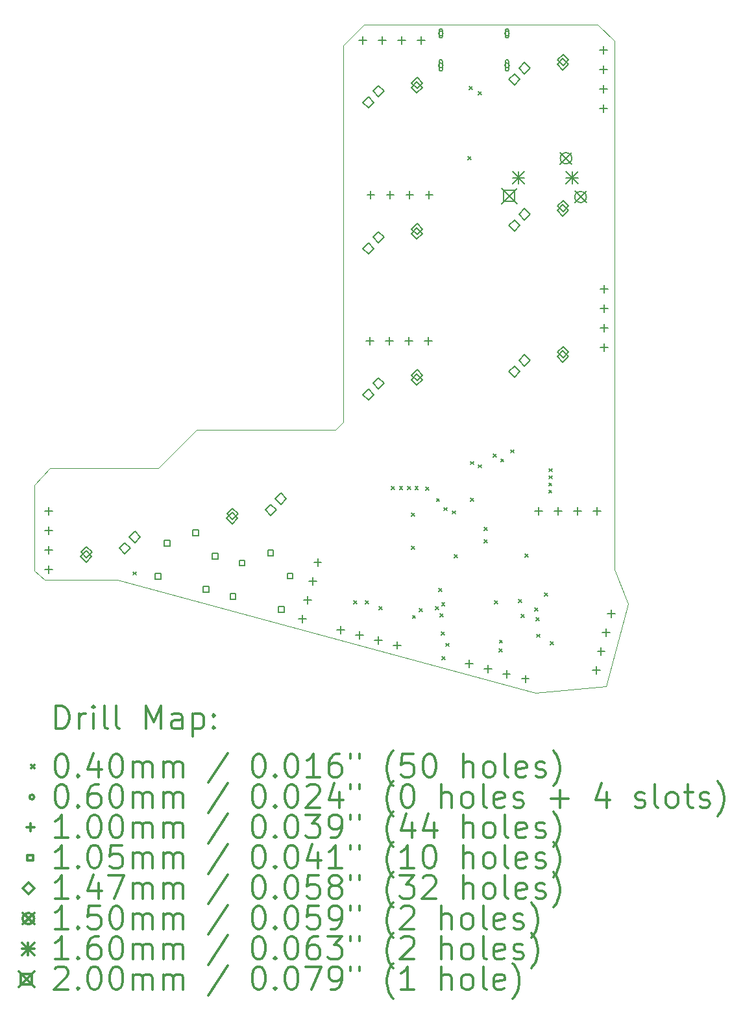
<source format=gbr>
%FSLAX45Y45*%
G04 Gerber Fmt 4.5, Leading zero omitted, Abs format (unit mm)*
G04 Created by KiCad (PCBNEW (5.1.4)-1) date 2023-06-17 18:31:43*
%MOMM*%
%LPD*%
G04 APERTURE LIST*
%ADD10C,0.050000*%
%ADD11C,0.200000*%
%ADD12C,0.300000*%
G04 APERTURE END LIST*
D10*
X7580000Y-44060000D02*
X7080000Y-44560000D01*
X7080000Y-44560000D02*
X5670000Y-44560000D01*
X9390000Y-44060000D02*
X9490000Y-43960000D01*
X9390000Y-44060000D02*
X7580000Y-44060000D01*
X6523279Y-46021295D02*
X6543279Y-46021295D01*
X9493279Y-39046295D02*
X9490000Y-43960000D01*
X12925419Y-47405040D02*
X12003279Y-47491295D01*
X12925419Y-47405040D02*
X13213232Y-46328860D01*
X13031346Y-39391871D02*
X13031480Y-38991016D01*
X13033920Y-43349053D02*
X13032767Y-45050023D01*
X13033421Y-45883812D02*
X13032185Y-45151986D01*
X13033421Y-45883812D02*
X13213232Y-46328860D01*
X13031480Y-38991016D02*
X12813279Y-38776295D01*
X9763279Y-38776295D02*
X9493279Y-39046295D01*
X9763279Y-38776295D02*
X12813279Y-38776295D01*
X5463279Y-44780000D02*
X5463279Y-45901295D01*
X5463279Y-44780000D02*
X5670000Y-44560000D01*
X5463279Y-45901295D02*
X5603279Y-46021295D01*
X6523279Y-46021295D02*
X5603279Y-46021295D01*
X13031346Y-39391871D02*
X13033920Y-43349053D01*
X13032185Y-45151986D02*
X13032767Y-45050023D01*
X12003279Y-47491295D02*
X6543279Y-46021295D01*
D11*
X6754279Y-45913221D02*
X6794279Y-45953221D01*
X6794279Y-45913221D02*
X6754279Y-45953221D01*
X9629000Y-46287000D02*
X9669000Y-46327000D01*
X9669000Y-46287000D02*
X9629000Y-46327000D01*
X9783000Y-46287000D02*
X9823000Y-46327000D01*
X9823000Y-46287000D02*
X9783000Y-46327000D01*
X9960000Y-46363500D02*
X10000000Y-46403500D01*
X10000000Y-46363500D02*
X9960000Y-46403500D01*
X10122267Y-44799996D02*
X10162267Y-44839996D01*
X10162267Y-44799996D02*
X10122267Y-44839996D01*
X10226673Y-44799996D02*
X10266673Y-44839996D01*
X10266673Y-44799996D02*
X10226673Y-44839996D01*
X10331989Y-44799996D02*
X10371989Y-44839996D01*
X10371989Y-44799996D02*
X10331989Y-44839996D01*
X10383636Y-45145603D02*
X10423636Y-45185603D01*
X10423636Y-45145603D02*
X10383636Y-45185603D01*
X10384000Y-45576000D02*
X10424000Y-45616000D01*
X10424000Y-45576000D02*
X10384000Y-45616000D01*
X10396397Y-46480028D02*
X10436397Y-46520028D01*
X10436397Y-46480028D02*
X10396397Y-46520028D01*
X10430000Y-44799996D02*
X10470000Y-44839996D01*
X10470000Y-44799996D02*
X10430000Y-44839996D01*
X10488399Y-46393075D02*
X10528399Y-46433075D01*
X10528399Y-46393075D02*
X10488399Y-46433075D01*
X10573000Y-44808000D02*
X10613000Y-44848000D01*
X10613000Y-44808000D02*
X10573000Y-44848000D01*
X10694600Y-46368000D02*
X10734600Y-46408000D01*
X10734600Y-46368000D02*
X10694600Y-46408000D01*
X10710000Y-44957000D02*
X10750000Y-44997000D01*
X10750000Y-44957000D02*
X10710000Y-44997000D01*
X10742098Y-46130119D02*
X10782098Y-46170119D01*
X10782098Y-46130119D02*
X10742098Y-46170119D01*
X10758788Y-46460284D02*
X10798788Y-46500284D01*
X10798788Y-46460284D02*
X10758788Y-46500284D01*
X10770800Y-46698200D02*
X10810800Y-46738200D01*
X10810800Y-46698200D02*
X10770800Y-46738200D01*
X10776660Y-46312560D02*
X10816660Y-46352560D01*
X10816660Y-46312560D02*
X10776660Y-46352560D01*
X10780000Y-47020000D02*
X10820000Y-47060000D01*
X10820000Y-47020000D02*
X10780000Y-47060000D01*
X10807670Y-45074557D02*
X10847670Y-45114557D01*
X10847670Y-45074557D02*
X10807670Y-45114557D01*
X10830866Y-46844598D02*
X10870866Y-46884598D01*
X10870866Y-46844598D02*
X10830866Y-46884598D01*
X10915000Y-45116100D02*
X10955000Y-45156100D01*
X10955000Y-45116100D02*
X10915000Y-45156100D01*
X10942402Y-45689200D02*
X10982402Y-45729200D01*
X10982402Y-45689200D02*
X10942402Y-45729200D01*
X11123000Y-40496000D02*
X11163000Y-40536000D01*
X11163000Y-40496000D02*
X11123000Y-40536000D01*
X11136950Y-39581220D02*
X11176950Y-39621220D01*
X11176950Y-39581220D02*
X11136950Y-39621220D01*
X11152000Y-44473000D02*
X11192000Y-44513000D01*
X11192000Y-44473000D02*
X11152000Y-44513000D01*
X11156000Y-44950700D02*
X11196000Y-44990700D01*
X11196000Y-44950700D02*
X11156000Y-44990700D01*
X11253000Y-44516000D02*
X11293000Y-44556000D01*
X11293000Y-44516000D02*
X11253000Y-44556000D01*
X11254065Y-39652065D02*
X11294065Y-39692065D01*
X11294065Y-39652065D02*
X11254065Y-39692065D01*
X11330000Y-45335000D02*
X11370000Y-45375000D01*
X11370000Y-45335000D02*
X11330000Y-45375000D01*
X11330000Y-45492500D02*
X11370000Y-45532500D01*
X11370000Y-45492500D02*
X11330000Y-45532500D01*
X11448100Y-44379200D02*
X11488100Y-44419200D01*
X11488100Y-44379200D02*
X11448100Y-44419200D01*
X11470000Y-46290000D02*
X11510000Y-46330000D01*
X11510000Y-46290000D02*
X11470000Y-46330000D01*
X11525586Y-46914414D02*
X11565586Y-46954414D01*
X11565586Y-46914414D02*
X11525586Y-46954414D01*
X11530315Y-46802501D02*
X11570315Y-46842501D01*
X11570315Y-46802501D02*
X11530315Y-46842501D01*
X11547000Y-44439000D02*
X11587000Y-44479000D01*
X11587000Y-44439000D02*
X11547000Y-44479000D01*
X11677000Y-44321000D02*
X11717000Y-44361000D01*
X11717000Y-44321000D02*
X11677000Y-44361000D01*
X11779000Y-46274000D02*
X11819000Y-46314000D01*
X11819000Y-46274000D02*
X11779000Y-46314000D01*
X11813362Y-46465943D02*
X11853362Y-46505943D01*
X11853362Y-46465943D02*
X11813362Y-46505943D01*
X11867500Y-45682500D02*
X11907500Y-45722500D01*
X11907500Y-45682500D02*
X11867500Y-45722500D01*
X11992536Y-46384599D02*
X12032536Y-46424599D01*
X12032536Y-46384599D02*
X11992536Y-46424599D01*
X12010000Y-46512500D02*
X12050000Y-46552500D01*
X12050000Y-46512500D02*
X12010000Y-46552500D01*
X12015000Y-46725000D02*
X12055000Y-46765000D01*
X12055000Y-46725000D02*
X12015000Y-46765000D01*
X12119999Y-46190000D02*
X12159999Y-46230000D01*
X12159999Y-46190000D02*
X12119999Y-46230000D01*
X12174769Y-44752817D02*
X12214769Y-44792817D01*
X12214769Y-44752817D02*
X12174769Y-44792817D01*
X12175014Y-44845517D02*
X12215014Y-44885517D01*
X12215014Y-44845517D02*
X12175014Y-44885517D01*
X12176437Y-44660132D02*
X12216437Y-44700132D01*
X12216437Y-44660132D02*
X12176437Y-44700132D01*
X12180000Y-44567500D02*
X12220000Y-44607500D01*
X12220000Y-44567500D02*
X12180000Y-44607500D01*
X12197000Y-46824000D02*
X12237000Y-46864000D01*
X12237000Y-46824000D02*
X12197000Y-46864000D01*
X10796000Y-38892500D02*
G75*
G03X10796000Y-38892500I-30000J0D01*
G01*
X10746000Y-38852500D02*
X10746000Y-38932500D01*
X10786000Y-38852500D02*
X10786000Y-38932500D01*
X10746000Y-38932500D02*
G75*
G03X10786000Y-38932500I20000J0D01*
G01*
X10786000Y-38852500D02*
G75*
G03X10746000Y-38852500I-20000J0D01*
G01*
X10796000Y-39309500D02*
G75*
G03X10796000Y-39309500I-30000J0D01*
G01*
X10746000Y-39254500D02*
X10746000Y-39364500D01*
X10786000Y-39254500D02*
X10786000Y-39364500D01*
X10746000Y-39364500D02*
G75*
G03X10786000Y-39364500I20000J0D01*
G01*
X10786000Y-39254500D02*
G75*
G03X10746000Y-39254500I-20000J0D01*
G01*
X11660000Y-38892500D02*
G75*
G03X11660000Y-38892500I-30000J0D01*
G01*
X11610000Y-38852500D02*
X11610000Y-38932500D01*
X11650000Y-38852500D02*
X11650000Y-38932500D01*
X11610000Y-38932500D02*
G75*
G03X11650000Y-38932500I20000J0D01*
G01*
X11650000Y-38852500D02*
G75*
G03X11610000Y-38852500I-20000J0D01*
G01*
X11660000Y-39309500D02*
G75*
G03X11660000Y-39309500I-30000J0D01*
G01*
X11610000Y-39254500D02*
X11610000Y-39364500D01*
X11650000Y-39254500D02*
X11650000Y-39364500D01*
X11610000Y-39364500D02*
G75*
G03X11650000Y-39364500I20000J0D01*
G01*
X11650000Y-39254500D02*
G75*
G03X11610000Y-39254500I-20000J0D01*
G01*
X12044843Y-45068132D02*
X12044843Y-45168132D01*
X11994843Y-45118132D02*
X12094843Y-45118132D01*
X12298843Y-45068132D02*
X12298843Y-45168132D01*
X12248843Y-45118132D02*
X12348843Y-45118132D01*
X12552843Y-45068132D02*
X12552843Y-45168132D01*
X12502843Y-45118132D02*
X12602843Y-45118132D01*
X12806843Y-45068132D02*
X12806843Y-45168132D01*
X12756843Y-45118132D02*
X12856843Y-45118132D01*
X9751000Y-38932000D02*
X9751000Y-39032000D01*
X9701000Y-38982000D02*
X9801000Y-38982000D01*
X10005000Y-38932000D02*
X10005000Y-39032000D01*
X9955000Y-38982000D02*
X10055000Y-38982000D01*
X10259000Y-38932000D02*
X10259000Y-39032000D01*
X10209000Y-38982000D02*
X10309000Y-38982000D01*
X10513000Y-38932000D02*
X10513000Y-39032000D01*
X10463000Y-38982000D02*
X10563000Y-38982000D01*
X5653279Y-45069295D02*
X5653279Y-45169295D01*
X5603279Y-45119295D02*
X5703279Y-45119295D01*
X5653279Y-45323295D02*
X5653279Y-45423295D01*
X5603279Y-45373295D02*
X5703279Y-45373295D01*
X5653279Y-45577295D02*
X5653279Y-45677295D01*
X5603279Y-45627295D02*
X5703279Y-45627295D01*
X5653279Y-45831295D02*
X5653279Y-45931295D01*
X5603279Y-45881295D02*
X5703279Y-45881295D01*
X9853416Y-40943520D02*
X9853416Y-41043520D01*
X9803416Y-40993520D02*
X9903416Y-40993520D01*
X10107416Y-40943520D02*
X10107416Y-41043520D01*
X10057416Y-40993520D02*
X10157416Y-40993520D01*
X10361416Y-40943520D02*
X10361416Y-41043520D01*
X10311416Y-40993520D02*
X10411416Y-40993520D01*
X10615416Y-40943520D02*
X10615416Y-41043520D01*
X10565416Y-40993520D02*
X10665416Y-40993520D01*
X11133279Y-47061295D02*
X11133279Y-47161295D01*
X11083279Y-47111295D02*
X11183279Y-47111295D01*
X11378624Y-47127035D02*
X11378624Y-47227035D01*
X11328624Y-47177035D02*
X11428624Y-47177035D01*
X11623969Y-47192775D02*
X11623969Y-47292775D01*
X11573969Y-47242775D02*
X11673969Y-47242775D01*
X11869314Y-47258515D02*
X11869314Y-47358515D01*
X11819314Y-47308515D02*
X11919314Y-47308515D01*
X12793279Y-47141295D02*
X12793279Y-47241295D01*
X12743279Y-47191295D02*
X12843279Y-47191295D01*
X12859019Y-46895950D02*
X12859019Y-46995950D01*
X12809019Y-46945950D02*
X12909019Y-46945950D01*
X12924759Y-46650605D02*
X12924759Y-46750605D01*
X12874759Y-46700605D02*
X12974759Y-46700605D01*
X12990499Y-46405260D02*
X12990499Y-46505260D01*
X12940499Y-46455260D02*
X13040499Y-46455260D01*
X12887609Y-39059831D02*
X12887609Y-39159831D01*
X12837609Y-39109831D02*
X12937609Y-39109831D01*
X12887609Y-39313831D02*
X12887609Y-39413831D01*
X12837609Y-39363831D02*
X12937609Y-39363831D01*
X12887609Y-39567831D02*
X12887609Y-39667831D01*
X12837609Y-39617831D02*
X12937609Y-39617831D01*
X12887609Y-39821831D02*
X12887609Y-39921831D01*
X12837609Y-39871831D02*
X12937609Y-39871831D01*
X9837697Y-42852097D02*
X9837697Y-42952097D01*
X9787697Y-42902097D02*
X9887697Y-42902097D01*
X10091697Y-42852097D02*
X10091697Y-42952097D01*
X10041697Y-42902097D02*
X10141697Y-42902097D01*
X10345697Y-42852097D02*
X10345697Y-42952097D01*
X10295697Y-42902097D02*
X10395697Y-42902097D01*
X10599697Y-42852097D02*
X10599697Y-42952097D01*
X10549697Y-42902097D02*
X10649697Y-42902097D01*
X12894060Y-42172489D02*
X12894060Y-42272489D01*
X12844060Y-42222489D02*
X12944060Y-42222489D01*
X12894060Y-42426489D02*
X12894060Y-42526489D01*
X12844060Y-42476489D02*
X12944060Y-42476489D01*
X12894060Y-42680489D02*
X12894060Y-42780489D01*
X12844060Y-42730489D02*
X12944060Y-42730489D01*
X12894060Y-42934489D02*
X12894060Y-43034489D01*
X12844060Y-42984489D02*
X12944060Y-42984489D01*
X8962796Y-46477182D02*
X8962796Y-46577182D01*
X8912796Y-46527182D02*
X9012796Y-46527182D01*
X9028536Y-46231837D02*
X9028536Y-46331837D01*
X8978536Y-46281837D02*
X9078536Y-46281837D01*
X9094276Y-45986492D02*
X9094276Y-46086492D01*
X9044276Y-46036492D02*
X9144276Y-46036492D01*
X9160016Y-45741146D02*
X9160016Y-45841146D01*
X9110016Y-45791146D02*
X9210016Y-45791146D01*
X9463279Y-46621295D02*
X9463279Y-46721295D01*
X9413279Y-46671295D02*
X9513279Y-46671295D01*
X9708624Y-46687035D02*
X9708624Y-46787035D01*
X9658624Y-46737035D02*
X9758624Y-46737035D01*
X9953969Y-46752775D02*
X9953969Y-46852775D01*
X9903969Y-46802775D02*
X10003969Y-46802775D01*
X10199314Y-46818515D02*
X10199314Y-46918515D01*
X10149314Y-46868515D02*
X10249314Y-46868515D01*
X8092232Y-46269691D02*
X8092232Y-46195444D01*
X8017985Y-46195444D01*
X8017985Y-46269691D01*
X8092232Y-46269691D01*
X8209459Y-45835228D02*
X8209459Y-45760981D01*
X8135212Y-45760981D01*
X8135212Y-45835228D01*
X8209459Y-45835228D01*
X8581851Y-45702661D02*
X8581851Y-45628414D01*
X8507604Y-45628414D01*
X8507604Y-45702661D01*
X8581851Y-45702661D01*
X8719789Y-46439019D02*
X8719789Y-46364772D01*
X8645542Y-46364772D01*
X8645542Y-46439019D01*
X8719789Y-46439019D01*
X8837016Y-46004556D02*
X8837016Y-45930309D01*
X8762769Y-45930309D01*
X8762769Y-46004556D01*
X8837016Y-46004556D01*
X7114458Y-46009691D02*
X7114458Y-45935444D01*
X7040211Y-45935444D01*
X7040211Y-46009691D01*
X7114458Y-46009691D01*
X7231685Y-45575228D02*
X7231685Y-45500981D01*
X7157438Y-45500981D01*
X7157438Y-45575228D01*
X7231685Y-45575228D01*
X7604077Y-45442661D02*
X7604077Y-45368414D01*
X7529830Y-45368414D01*
X7529830Y-45442661D01*
X7604077Y-45442661D01*
X7742015Y-46179019D02*
X7742015Y-46104772D01*
X7667768Y-46104772D01*
X7667768Y-46179019D01*
X7742015Y-46179019D01*
X7859242Y-45744556D02*
X7859242Y-45670309D01*
X7784995Y-45670309D01*
X7784995Y-45744556D01*
X7859242Y-45744556D01*
X11727279Y-43375795D02*
X11800779Y-43302295D01*
X11727279Y-43228795D01*
X11653779Y-43302295D01*
X11727279Y-43375795D01*
X11858279Y-43229795D02*
X11931779Y-43156295D01*
X11858279Y-43082795D01*
X11784779Y-43156295D01*
X11858279Y-43229795D01*
X12358279Y-43179795D02*
X12431779Y-43106295D01*
X12358279Y-43032795D01*
X12284779Y-43106295D01*
X12358279Y-43179795D01*
X12362279Y-43121795D02*
X12435779Y-43048295D01*
X12362279Y-42974795D01*
X12288779Y-43048295D01*
X12362279Y-43121795D01*
X9822279Y-41770795D02*
X9895779Y-41697295D01*
X9822279Y-41623795D01*
X9748779Y-41697295D01*
X9822279Y-41770795D01*
X9953279Y-41624795D02*
X10026779Y-41551295D01*
X9953279Y-41477795D01*
X9879779Y-41551295D01*
X9953279Y-41624795D01*
X10453279Y-41574795D02*
X10526779Y-41501295D01*
X10453279Y-41427795D01*
X10379779Y-41501295D01*
X10453279Y-41574795D01*
X10457279Y-41516795D02*
X10530779Y-41443295D01*
X10457279Y-41369795D01*
X10383779Y-41443295D01*
X10457279Y-41516795D01*
X9822279Y-39865795D02*
X9895779Y-39792295D01*
X9822279Y-39718795D01*
X9748779Y-39792295D01*
X9822279Y-39865795D01*
X9953279Y-39719795D02*
X10026779Y-39646295D01*
X9953279Y-39572795D01*
X9879779Y-39646295D01*
X9953279Y-39719795D01*
X10453279Y-39669795D02*
X10526779Y-39596295D01*
X10453279Y-39522795D01*
X10379779Y-39596295D01*
X10453279Y-39669795D01*
X10457279Y-39611795D02*
X10530779Y-39538295D01*
X10457279Y-39464795D01*
X10383779Y-39538295D01*
X10457279Y-39611795D01*
X11727279Y-39565795D02*
X11800779Y-39492295D01*
X11727279Y-39418795D01*
X11653779Y-39492295D01*
X11727279Y-39565795D01*
X11858279Y-39419795D02*
X11931779Y-39346295D01*
X11858279Y-39272795D01*
X11784779Y-39346295D01*
X11858279Y-39419795D01*
X12358279Y-39369795D02*
X12431779Y-39296295D01*
X12358279Y-39222795D01*
X12284779Y-39296295D01*
X12358279Y-39369795D01*
X12362279Y-39311795D02*
X12435779Y-39238295D01*
X12362279Y-39164795D01*
X12288779Y-39238295D01*
X12362279Y-39311795D01*
X6139279Y-45787795D02*
X6212779Y-45714295D01*
X6139279Y-45640795D01*
X6065779Y-45714295D01*
X6139279Y-45787795D01*
X6143279Y-45729795D02*
X6216779Y-45656295D01*
X6143279Y-45582795D01*
X6069779Y-45656295D01*
X6143279Y-45729795D01*
X6643279Y-45679795D02*
X6716779Y-45606295D01*
X6643279Y-45532795D01*
X6569779Y-45606295D01*
X6643279Y-45679795D01*
X6774279Y-45533795D02*
X6847779Y-45460295D01*
X6774279Y-45386795D01*
X6700779Y-45460295D01*
X6774279Y-45533795D01*
X8044279Y-45287795D02*
X8117779Y-45214295D01*
X8044279Y-45140795D01*
X7970779Y-45214295D01*
X8044279Y-45287795D01*
X8048279Y-45229795D02*
X8121779Y-45156295D01*
X8048279Y-45082795D01*
X7974779Y-45156295D01*
X8048279Y-45229795D01*
X8548279Y-45179795D02*
X8621779Y-45106295D01*
X8548279Y-45032795D01*
X8474779Y-45106295D01*
X8548279Y-45179795D01*
X8679279Y-45033795D02*
X8752779Y-44960295D01*
X8679279Y-44886795D01*
X8605779Y-44960295D01*
X8679279Y-45033795D01*
X11727279Y-41470795D02*
X11800779Y-41397295D01*
X11727279Y-41323795D01*
X11653779Y-41397295D01*
X11727279Y-41470795D01*
X11858279Y-41324795D02*
X11931779Y-41251295D01*
X11858279Y-41177795D01*
X11784779Y-41251295D01*
X11858279Y-41324795D01*
X12358279Y-41274795D02*
X12431779Y-41201295D01*
X12358279Y-41127795D01*
X12284779Y-41201295D01*
X12358279Y-41274795D01*
X12362279Y-41216795D02*
X12435779Y-41143295D01*
X12362279Y-41069795D01*
X12288779Y-41143295D01*
X12362279Y-41216795D01*
X9822279Y-43675795D02*
X9895779Y-43602295D01*
X9822279Y-43528795D01*
X9748779Y-43602295D01*
X9822279Y-43675795D01*
X9953279Y-43529795D02*
X10026779Y-43456295D01*
X9953279Y-43382795D01*
X9879779Y-43456295D01*
X9953279Y-43529795D01*
X10453279Y-43479795D02*
X10526779Y-43406295D01*
X10453279Y-43332795D01*
X10379779Y-43406295D01*
X10453279Y-43479795D01*
X10457279Y-43421795D02*
X10530779Y-43348295D01*
X10457279Y-43274795D01*
X10383779Y-43348295D01*
X10457279Y-43421795D01*
X12325000Y-40445000D02*
X12475000Y-40595000D01*
X12475000Y-40445000D02*
X12325000Y-40595000D01*
X12475000Y-40520000D02*
G75*
G03X12475000Y-40520000I-75000J0D01*
G01*
X12515000Y-40950000D02*
X12665000Y-41100000D01*
X12665000Y-40950000D02*
X12515000Y-41100000D01*
X12665000Y-41025000D02*
G75*
G03X12665000Y-41025000I-75000J0D01*
G01*
X11700000Y-40692500D02*
X11860000Y-40852500D01*
X11860000Y-40692500D02*
X11700000Y-40852500D01*
X11780000Y-40692500D02*
X11780000Y-40852500D01*
X11700000Y-40772500D02*
X11860000Y-40772500D01*
X12400000Y-40692500D02*
X12560000Y-40852500D01*
X12560000Y-40692500D02*
X12400000Y-40852500D01*
X12480000Y-40692500D02*
X12480000Y-40852500D01*
X12400000Y-40772500D02*
X12560000Y-40772500D01*
X11560000Y-40912500D02*
X11760000Y-41112500D01*
X11760000Y-40912500D02*
X11560000Y-41112500D01*
X11730711Y-41083211D02*
X11730711Y-40941789D01*
X11589289Y-40941789D01*
X11589289Y-41083211D01*
X11730711Y-41083211D01*
D12*
X5747207Y-47959509D02*
X5747207Y-47659509D01*
X5818636Y-47659509D01*
X5861493Y-47673795D01*
X5890064Y-47702367D01*
X5904350Y-47730938D01*
X5918636Y-47788081D01*
X5918636Y-47830938D01*
X5904350Y-47888081D01*
X5890064Y-47916652D01*
X5861493Y-47945224D01*
X5818636Y-47959509D01*
X5747207Y-47959509D01*
X6047207Y-47959509D02*
X6047207Y-47759509D01*
X6047207Y-47816652D02*
X6061493Y-47788081D01*
X6075779Y-47773795D01*
X6104350Y-47759509D01*
X6132922Y-47759509D01*
X6232922Y-47959509D02*
X6232922Y-47759509D01*
X6232922Y-47659509D02*
X6218636Y-47673795D01*
X6232922Y-47688081D01*
X6247207Y-47673795D01*
X6232922Y-47659509D01*
X6232922Y-47688081D01*
X6418636Y-47959509D02*
X6390064Y-47945224D01*
X6375779Y-47916652D01*
X6375779Y-47659509D01*
X6575779Y-47959509D02*
X6547207Y-47945224D01*
X6532922Y-47916652D01*
X6532922Y-47659509D01*
X6918636Y-47959509D02*
X6918636Y-47659509D01*
X7018636Y-47873795D01*
X7118636Y-47659509D01*
X7118636Y-47959509D01*
X7390064Y-47959509D02*
X7390064Y-47802367D01*
X7375779Y-47773795D01*
X7347207Y-47759509D01*
X7290064Y-47759509D01*
X7261493Y-47773795D01*
X7390064Y-47945224D02*
X7361493Y-47959509D01*
X7290064Y-47959509D01*
X7261493Y-47945224D01*
X7247207Y-47916652D01*
X7247207Y-47888081D01*
X7261493Y-47859509D01*
X7290064Y-47845224D01*
X7361493Y-47845224D01*
X7390064Y-47830938D01*
X7532922Y-47759509D02*
X7532922Y-48059509D01*
X7532922Y-47773795D02*
X7561493Y-47759509D01*
X7618636Y-47759509D01*
X7647207Y-47773795D01*
X7661493Y-47788081D01*
X7675779Y-47816652D01*
X7675779Y-47902367D01*
X7661493Y-47930938D01*
X7647207Y-47945224D01*
X7618636Y-47959509D01*
X7561493Y-47959509D01*
X7532922Y-47945224D01*
X7804350Y-47930938D02*
X7818636Y-47945224D01*
X7804350Y-47959509D01*
X7790064Y-47945224D01*
X7804350Y-47930938D01*
X7804350Y-47959509D01*
X7804350Y-47773795D02*
X7818636Y-47788081D01*
X7804350Y-47802367D01*
X7790064Y-47788081D01*
X7804350Y-47773795D01*
X7804350Y-47802367D01*
X5420779Y-48433795D02*
X5460779Y-48473795D01*
X5460779Y-48433795D02*
X5420779Y-48473795D01*
X5804350Y-48289509D02*
X5832922Y-48289509D01*
X5861493Y-48303795D01*
X5875779Y-48318081D01*
X5890064Y-48346652D01*
X5904350Y-48403795D01*
X5904350Y-48475224D01*
X5890064Y-48532367D01*
X5875779Y-48560938D01*
X5861493Y-48575224D01*
X5832922Y-48589509D01*
X5804350Y-48589509D01*
X5775779Y-48575224D01*
X5761493Y-48560938D01*
X5747207Y-48532367D01*
X5732922Y-48475224D01*
X5732922Y-48403795D01*
X5747207Y-48346652D01*
X5761493Y-48318081D01*
X5775779Y-48303795D01*
X5804350Y-48289509D01*
X6032922Y-48560938D02*
X6047207Y-48575224D01*
X6032922Y-48589509D01*
X6018636Y-48575224D01*
X6032922Y-48560938D01*
X6032922Y-48589509D01*
X6304350Y-48389509D02*
X6304350Y-48589509D01*
X6232922Y-48275224D02*
X6161493Y-48489509D01*
X6347207Y-48489509D01*
X6518636Y-48289509D02*
X6547207Y-48289509D01*
X6575779Y-48303795D01*
X6590064Y-48318081D01*
X6604350Y-48346652D01*
X6618636Y-48403795D01*
X6618636Y-48475224D01*
X6604350Y-48532367D01*
X6590064Y-48560938D01*
X6575779Y-48575224D01*
X6547207Y-48589509D01*
X6518636Y-48589509D01*
X6490064Y-48575224D01*
X6475779Y-48560938D01*
X6461493Y-48532367D01*
X6447207Y-48475224D01*
X6447207Y-48403795D01*
X6461493Y-48346652D01*
X6475779Y-48318081D01*
X6490064Y-48303795D01*
X6518636Y-48289509D01*
X6747207Y-48589509D02*
X6747207Y-48389509D01*
X6747207Y-48418081D02*
X6761493Y-48403795D01*
X6790064Y-48389509D01*
X6832922Y-48389509D01*
X6861493Y-48403795D01*
X6875779Y-48432367D01*
X6875779Y-48589509D01*
X6875779Y-48432367D02*
X6890064Y-48403795D01*
X6918636Y-48389509D01*
X6961493Y-48389509D01*
X6990064Y-48403795D01*
X7004350Y-48432367D01*
X7004350Y-48589509D01*
X7147207Y-48589509D02*
X7147207Y-48389509D01*
X7147207Y-48418081D02*
X7161493Y-48403795D01*
X7190064Y-48389509D01*
X7232922Y-48389509D01*
X7261493Y-48403795D01*
X7275779Y-48432367D01*
X7275779Y-48589509D01*
X7275779Y-48432367D02*
X7290064Y-48403795D01*
X7318636Y-48389509D01*
X7361493Y-48389509D01*
X7390064Y-48403795D01*
X7404350Y-48432367D01*
X7404350Y-48589509D01*
X7990064Y-48275224D02*
X7732922Y-48660938D01*
X8375779Y-48289509D02*
X8404350Y-48289509D01*
X8432922Y-48303795D01*
X8447207Y-48318081D01*
X8461493Y-48346652D01*
X8475779Y-48403795D01*
X8475779Y-48475224D01*
X8461493Y-48532367D01*
X8447207Y-48560938D01*
X8432922Y-48575224D01*
X8404350Y-48589509D01*
X8375779Y-48589509D01*
X8347207Y-48575224D01*
X8332922Y-48560938D01*
X8318636Y-48532367D01*
X8304350Y-48475224D01*
X8304350Y-48403795D01*
X8318636Y-48346652D01*
X8332922Y-48318081D01*
X8347207Y-48303795D01*
X8375779Y-48289509D01*
X8604350Y-48560938D02*
X8618636Y-48575224D01*
X8604350Y-48589509D01*
X8590065Y-48575224D01*
X8604350Y-48560938D01*
X8604350Y-48589509D01*
X8804350Y-48289509D02*
X8832922Y-48289509D01*
X8861493Y-48303795D01*
X8875779Y-48318081D01*
X8890065Y-48346652D01*
X8904350Y-48403795D01*
X8904350Y-48475224D01*
X8890065Y-48532367D01*
X8875779Y-48560938D01*
X8861493Y-48575224D01*
X8832922Y-48589509D01*
X8804350Y-48589509D01*
X8775779Y-48575224D01*
X8761493Y-48560938D01*
X8747207Y-48532367D01*
X8732922Y-48475224D01*
X8732922Y-48403795D01*
X8747207Y-48346652D01*
X8761493Y-48318081D01*
X8775779Y-48303795D01*
X8804350Y-48289509D01*
X9190065Y-48589509D02*
X9018636Y-48589509D01*
X9104350Y-48589509D02*
X9104350Y-48289509D01*
X9075779Y-48332367D01*
X9047207Y-48360938D01*
X9018636Y-48375224D01*
X9447207Y-48289509D02*
X9390065Y-48289509D01*
X9361493Y-48303795D01*
X9347207Y-48318081D01*
X9318636Y-48360938D01*
X9304350Y-48418081D01*
X9304350Y-48532367D01*
X9318636Y-48560938D01*
X9332922Y-48575224D01*
X9361493Y-48589509D01*
X9418636Y-48589509D01*
X9447207Y-48575224D01*
X9461493Y-48560938D01*
X9475779Y-48532367D01*
X9475779Y-48460938D01*
X9461493Y-48432367D01*
X9447207Y-48418081D01*
X9418636Y-48403795D01*
X9361493Y-48403795D01*
X9332922Y-48418081D01*
X9318636Y-48432367D01*
X9304350Y-48460938D01*
X9590065Y-48289509D02*
X9590065Y-48346652D01*
X9704350Y-48289509D02*
X9704350Y-48346652D01*
X10147207Y-48703795D02*
X10132922Y-48689509D01*
X10104350Y-48646652D01*
X10090065Y-48618081D01*
X10075779Y-48575224D01*
X10061493Y-48503795D01*
X10061493Y-48446652D01*
X10075779Y-48375224D01*
X10090065Y-48332367D01*
X10104350Y-48303795D01*
X10132922Y-48260938D01*
X10147207Y-48246652D01*
X10404350Y-48289509D02*
X10261493Y-48289509D01*
X10247207Y-48432367D01*
X10261493Y-48418081D01*
X10290065Y-48403795D01*
X10361493Y-48403795D01*
X10390065Y-48418081D01*
X10404350Y-48432367D01*
X10418636Y-48460938D01*
X10418636Y-48532367D01*
X10404350Y-48560938D01*
X10390065Y-48575224D01*
X10361493Y-48589509D01*
X10290065Y-48589509D01*
X10261493Y-48575224D01*
X10247207Y-48560938D01*
X10604350Y-48289509D02*
X10632922Y-48289509D01*
X10661493Y-48303795D01*
X10675779Y-48318081D01*
X10690065Y-48346652D01*
X10704350Y-48403795D01*
X10704350Y-48475224D01*
X10690065Y-48532367D01*
X10675779Y-48560938D01*
X10661493Y-48575224D01*
X10632922Y-48589509D01*
X10604350Y-48589509D01*
X10575779Y-48575224D01*
X10561493Y-48560938D01*
X10547207Y-48532367D01*
X10532922Y-48475224D01*
X10532922Y-48403795D01*
X10547207Y-48346652D01*
X10561493Y-48318081D01*
X10575779Y-48303795D01*
X10604350Y-48289509D01*
X11061493Y-48589509D02*
X11061493Y-48289509D01*
X11190064Y-48589509D02*
X11190064Y-48432367D01*
X11175779Y-48403795D01*
X11147207Y-48389509D01*
X11104350Y-48389509D01*
X11075779Y-48403795D01*
X11061493Y-48418081D01*
X11375779Y-48589509D02*
X11347207Y-48575224D01*
X11332922Y-48560938D01*
X11318636Y-48532367D01*
X11318636Y-48446652D01*
X11332922Y-48418081D01*
X11347207Y-48403795D01*
X11375779Y-48389509D01*
X11418636Y-48389509D01*
X11447207Y-48403795D01*
X11461493Y-48418081D01*
X11475779Y-48446652D01*
X11475779Y-48532367D01*
X11461493Y-48560938D01*
X11447207Y-48575224D01*
X11418636Y-48589509D01*
X11375779Y-48589509D01*
X11647207Y-48589509D02*
X11618636Y-48575224D01*
X11604350Y-48546652D01*
X11604350Y-48289509D01*
X11875779Y-48575224D02*
X11847207Y-48589509D01*
X11790064Y-48589509D01*
X11761493Y-48575224D01*
X11747207Y-48546652D01*
X11747207Y-48432367D01*
X11761493Y-48403795D01*
X11790064Y-48389509D01*
X11847207Y-48389509D01*
X11875779Y-48403795D01*
X11890064Y-48432367D01*
X11890064Y-48460938D01*
X11747207Y-48489509D01*
X12004350Y-48575224D02*
X12032922Y-48589509D01*
X12090064Y-48589509D01*
X12118636Y-48575224D01*
X12132922Y-48546652D01*
X12132922Y-48532367D01*
X12118636Y-48503795D01*
X12090064Y-48489509D01*
X12047207Y-48489509D01*
X12018636Y-48475224D01*
X12004350Y-48446652D01*
X12004350Y-48432367D01*
X12018636Y-48403795D01*
X12047207Y-48389509D01*
X12090064Y-48389509D01*
X12118636Y-48403795D01*
X12232922Y-48703795D02*
X12247207Y-48689509D01*
X12275779Y-48646652D01*
X12290064Y-48618081D01*
X12304350Y-48575224D01*
X12318636Y-48503795D01*
X12318636Y-48446652D01*
X12304350Y-48375224D01*
X12290064Y-48332367D01*
X12275779Y-48303795D01*
X12247207Y-48260938D01*
X12232922Y-48246652D01*
X5460779Y-48849795D02*
G75*
G03X5460779Y-48849795I-30000J0D01*
G01*
X5804350Y-48685509D02*
X5832922Y-48685509D01*
X5861493Y-48699795D01*
X5875779Y-48714081D01*
X5890064Y-48742652D01*
X5904350Y-48799795D01*
X5904350Y-48871224D01*
X5890064Y-48928367D01*
X5875779Y-48956938D01*
X5861493Y-48971224D01*
X5832922Y-48985509D01*
X5804350Y-48985509D01*
X5775779Y-48971224D01*
X5761493Y-48956938D01*
X5747207Y-48928367D01*
X5732922Y-48871224D01*
X5732922Y-48799795D01*
X5747207Y-48742652D01*
X5761493Y-48714081D01*
X5775779Y-48699795D01*
X5804350Y-48685509D01*
X6032922Y-48956938D02*
X6047207Y-48971224D01*
X6032922Y-48985509D01*
X6018636Y-48971224D01*
X6032922Y-48956938D01*
X6032922Y-48985509D01*
X6304350Y-48685509D02*
X6247207Y-48685509D01*
X6218636Y-48699795D01*
X6204350Y-48714081D01*
X6175779Y-48756938D01*
X6161493Y-48814081D01*
X6161493Y-48928367D01*
X6175779Y-48956938D01*
X6190064Y-48971224D01*
X6218636Y-48985509D01*
X6275779Y-48985509D01*
X6304350Y-48971224D01*
X6318636Y-48956938D01*
X6332922Y-48928367D01*
X6332922Y-48856938D01*
X6318636Y-48828367D01*
X6304350Y-48814081D01*
X6275779Y-48799795D01*
X6218636Y-48799795D01*
X6190064Y-48814081D01*
X6175779Y-48828367D01*
X6161493Y-48856938D01*
X6518636Y-48685509D02*
X6547207Y-48685509D01*
X6575779Y-48699795D01*
X6590064Y-48714081D01*
X6604350Y-48742652D01*
X6618636Y-48799795D01*
X6618636Y-48871224D01*
X6604350Y-48928367D01*
X6590064Y-48956938D01*
X6575779Y-48971224D01*
X6547207Y-48985509D01*
X6518636Y-48985509D01*
X6490064Y-48971224D01*
X6475779Y-48956938D01*
X6461493Y-48928367D01*
X6447207Y-48871224D01*
X6447207Y-48799795D01*
X6461493Y-48742652D01*
X6475779Y-48714081D01*
X6490064Y-48699795D01*
X6518636Y-48685509D01*
X6747207Y-48985509D02*
X6747207Y-48785509D01*
X6747207Y-48814081D02*
X6761493Y-48799795D01*
X6790064Y-48785509D01*
X6832922Y-48785509D01*
X6861493Y-48799795D01*
X6875779Y-48828367D01*
X6875779Y-48985509D01*
X6875779Y-48828367D02*
X6890064Y-48799795D01*
X6918636Y-48785509D01*
X6961493Y-48785509D01*
X6990064Y-48799795D01*
X7004350Y-48828367D01*
X7004350Y-48985509D01*
X7147207Y-48985509D02*
X7147207Y-48785509D01*
X7147207Y-48814081D02*
X7161493Y-48799795D01*
X7190064Y-48785509D01*
X7232922Y-48785509D01*
X7261493Y-48799795D01*
X7275779Y-48828367D01*
X7275779Y-48985509D01*
X7275779Y-48828367D02*
X7290064Y-48799795D01*
X7318636Y-48785509D01*
X7361493Y-48785509D01*
X7390064Y-48799795D01*
X7404350Y-48828367D01*
X7404350Y-48985509D01*
X7990064Y-48671224D02*
X7732922Y-49056938D01*
X8375779Y-48685509D02*
X8404350Y-48685509D01*
X8432922Y-48699795D01*
X8447207Y-48714081D01*
X8461493Y-48742652D01*
X8475779Y-48799795D01*
X8475779Y-48871224D01*
X8461493Y-48928367D01*
X8447207Y-48956938D01*
X8432922Y-48971224D01*
X8404350Y-48985509D01*
X8375779Y-48985509D01*
X8347207Y-48971224D01*
X8332922Y-48956938D01*
X8318636Y-48928367D01*
X8304350Y-48871224D01*
X8304350Y-48799795D01*
X8318636Y-48742652D01*
X8332922Y-48714081D01*
X8347207Y-48699795D01*
X8375779Y-48685509D01*
X8604350Y-48956938D02*
X8618636Y-48971224D01*
X8604350Y-48985509D01*
X8590065Y-48971224D01*
X8604350Y-48956938D01*
X8604350Y-48985509D01*
X8804350Y-48685509D02*
X8832922Y-48685509D01*
X8861493Y-48699795D01*
X8875779Y-48714081D01*
X8890065Y-48742652D01*
X8904350Y-48799795D01*
X8904350Y-48871224D01*
X8890065Y-48928367D01*
X8875779Y-48956938D01*
X8861493Y-48971224D01*
X8832922Y-48985509D01*
X8804350Y-48985509D01*
X8775779Y-48971224D01*
X8761493Y-48956938D01*
X8747207Y-48928367D01*
X8732922Y-48871224D01*
X8732922Y-48799795D01*
X8747207Y-48742652D01*
X8761493Y-48714081D01*
X8775779Y-48699795D01*
X8804350Y-48685509D01*
X9018636Y-48714081D02*
X9032922Y-48699795D01*
X9061493Y-48685509D01*
X9132922Y-48685509D01*
X9161493Y-48699795D01*
X9175779Y-48714081D01*
X9190065Y-48742652D01*
X9190065Y-48771224D01*
X9175779Y-48814081D01*
X9004350Y-48985509D01*
X9190065Y-48985509D01*
X9447207Y-48785509D02*
X9447207Y-48985509D01*
X9375779Y-48671224D02*
X9304350Y-48885509D01*
X9490065Y-48885509D01*
X9590065Y-48685509D02*
X9590065Y-48742652D01*
X9704350Y-48685509D02*
X9704350Y-48742652D01*
X10147207Y-49099795D02*
X10132922Y-49085509D01*
X10104350Y-49042652D01*
X10090065Y-49014081D01*
X10075779Y-48971224D01*
X10061493Y-48899795D01*
X10061493Y-48842652D01*
X10075779Y-48771224D01*
X10090065Y-48728367D01*
X10104350Y-48699795D01*
X10132922Y-48656938D01*
X10147207Y-48642652D01*
X10318636Y-48685509D02*
X10347207Y-48685509D01*
X10375779Y-48699795D01*
X10390065Y-48714081D01*
X10404350Y-48742652D01*
X10418636Y-48799795D01*
X10418636Y-48871224D01*
X10404350Y-48928367D01*
X10390065Y-48956938D01*
X10375779Y-48971224D01*
X10347207Y-48985509D01*
X10318636Y-48985509D01*
X10290065Y-48971224D01*
X10275779Y-48956938D01*
X10261493Y-48928367D01*
X10247207Y-48871224D01*
X10247207Y-48799795D01*
X10261493Y-48742652D01*
X10275779Y-48714081D01*
X10290065Y-48699795D01*
X10318636Y-48685509D01*
X10775779Y-48985509D02*
X10775779Y-48685509D01*
X10904350Y-48985509D02*
X10904350Y-48828367D01*
X10890065Y-48799795D01*
X10861493Y-48785509D01*
X10818636Y-48785509D01*
X10790065Y-48799795D01*
X10775779Y-48814081D01*
X11090065Y-48985509D02*
X11061493Y-48971224D01*
X11047207Y-48956938D01*
X11032922Y-48928367D01*
X11032922Y-48842652D01*
X11047207Y-48814081D01*
X11061493Y-48799795D01*
X11090065Y-48785509D01*
X11132922Y-48785509D01*
X11161493Y-48799795D01*
X11175779Y-48814081D01*
X11190064Y-48842652D01*
X11190064Y-48928367D01*
X11175779Y-48956938D01*
X11161493Y-48971224D01*
X11132922Y-48985509D01*
X11090065Y-48985509D01*
X11361493Y-48985509D02*
X11332922Y-48971224D01*
X11318636Y-48942652D01*
X11318636Y-48685509D01*
X11590064Y-48971224D02*
X11561493Y-48985509D01*
X11504350Y-48985509D01*
X11475779Y-48971224D01*
X11461493Y-48942652D01*
X11461493Y-48828367D01*
X11475779Y-48799795D01*
X11504350Y-48785509D01*
X11561493Y-48785509D01*
X11590064Y-48799795D01*
X11604350Y-48828367D01*
X11604350Y-48856938D01*
X11461493Y-48885509D01*
X11718636Y-48971224D02*
X11747207Y-48985509D01*
X11804350Y-48985509D01*
X11832922Y-48971224D01*
X11847207Y-48942652D01*
X11847207Y-48928367D01*
X11832922Y-48899795D01*
X11804350Y-48885509D01*
X11761493Y-48885509D01*
X11732922Y-48871224D01*
X11718636Y-48842652D01*
X11718636Y-48828367D01*
X11732922Y-48799795D01*
X11761493Y-48785509D01*
X11804350Y-48785509D01*
X11832922Y-48799795D01*
X12204350Y-48871224D02*
X12432922Y-48871224D01*
X12318636Y-48985509D02*
X12318636Y-48756938D01*
X12932922Y-48785509D02*
X12932922Y-48985509D01*
X12861493Y-48671224D02*
X12790064Y-48885509D01*
X12975779Y-48885509D01*
X13304350Y-48971224D02*
X13332922Y-48985509D01*
X13390064Y-48985509D01*
X13418636Y-48971224D01*
X13432922Y-48942652D01*
X13432922Y-48928367D01*
X13418636Y-48899795D01*
X13390064Y-48885509D01*
X13347207Y-48885509D01*
X13318636Y-48871224D01*
X13304350Y-48842652D01*
X13304350Y-48828367D01*
X13318636Y-48799795D01*
X13347207Y-48785509D01*
X13390064Y-48785509D01*
X13418636Y-48799795D01*
X13604350Y-48985509D02*
X13575779Y-48971224D01*
X13561493Y-48942652D01*
X13561493Y-48685509D01*
X13761493Y-48985509D02*
X13732922Y-48971224D01*
X13718636Y-48956938D01*
X13704350Y-48928367D01*
X13704350Y-48842652D01*
X13718636Y-48814081D01*
X13732922Y-48799795D01*
X13761493Y-48785509D01*
X13804350Y-48785509D01*
X13832922Y-48799795D01*
X13847207Y-48814081D01*
X13861493Y-48842652D01*
X13861493Y-48928367D01*
X13847207Y-48956938D01*
X13832922Y-48971224D01*
X13804350Y-48985509D01*
X13761493Y-48985509D01*
X13947207Y-48785509D02*
X14061493Y-48785509D01*
X13990064Y-48685509D02*
X13990064Y-48942652D01*
X14004350Y-48971224D01*
X14032922Y-48985509D01*
X14061493Y-48985509D01*
X14147207Y-48971224D02*
X14175779Y-48985509D01*
X14232922Y-48985509D01*
X14261493Y-48971224D01*
X14275779Y-48942652D01*
X14275779Y-48928367D01*
X14261493Y-48899795D01*
X14232922Y-48885509D01*
X14190064Y-48885509D01*
X14161493Y-48871224D01*
X14147207Y-48842652D01*
X14147207Y-48828367D01*
X14161493Y-48799795D01*
X14190064Y-48785509D01*
X14232922Y-48785509D01*
X14261493Y-48799795D01*
X14375779Y-49099795D02*
X14390064Y-49085509D01*
X14418636Y-49042652D01*
X14432922Y-49014081D01*
X14447207Y-48971224D01*
X14461493Y-48899795D01*
X14461493Y-48842652D01*
X14447207Y-48771224D01*
X14432922Y-48728367D01*
X14418636Y-48699795D01*
X14390064Y-48656938D01*
X14375779Y-48642652D01*
X5410779Y-49195795D02*
X5410779Y-49295795D01*
X5360779Y-49245795D02*
X5460779Y-49245795D01*
X5904350Y-49381509D02*
X5732922Y-49381509D01*
X5818636Y-49381509D02*
X5818636Y-49081509D01*
X5790064Y-49124367D01*
X5761493Y-49152938D01*
X5732922Y-49167224D01*
X6032922Y-49352938D02*
X6047207Y-49367224D01*
X6032922Y-49381509D01*
X6018636Y-49367224D01*
X6032922Y-49352938D01*
X6032922Y-49381509D01*
X6232922Y-49081509D02*
X6261493Y-49081509D01*
X6290064Y-49095795D01*
X6304350Y-49110081D01*
X6318636Y-49138652D01*
X6332922Y-49195795D01*
X6332922Y-49267224D01*
X6318636Y-49324367D01*
X6304350Y-49352938D01*
X6290064Y-49367224D01*
X6261493Y-49381509D01*
X6232922Y-49381509D01*
X6204350Y-49367224D01*
X6190064Y-49352938D01*
X6175779Y-49324367D01*
X6161493Y-49267224D01*
X6161493Y-49195795D01*
X6175779Y-49138652D01*
X6190064Y-49110081D01*
X6204350Y-49095795D01*
X6232922Y-49081509D01*
X6518636Y-49081509D02*
X6547207Y-49081509D01*
X6575779Y-49095795D01*
X6590064Y-49110081D01*
X6604350Y-49138652D01*
X6618636Y-49195795D01*
X6618636Y-49267224D01*
X6604350Y-49324367D01*
X6590064Y-49352938D01*
X6575779Y-49367224D01*
X6547207Y-49381509D01*
X6518636Y-49381509D01*
X6490064Y-49367224D01*
X6475779Y-49352938D01*
X6461493Y-49324367D01*
X6447207Y-49267224D01*
X6447207Y-49195795D01*
X6461493Y-49138652D01*
X6475779Y-49110081D01*
X6490064Y-49095795D01*
X6518636Y-49081509D01*
X6747207Y-49381509D02*
X6747207Y-49181509D01*
X6747207Y-49210081D02*
X6761493Y-49195795D01*
X6790064Y-49181509D01*
X6832922Y-49181509D01*
X6861493Y-49195795D01*
X6875779Y-49224367D01*
X6875779Y-49381509D01*
X6875779Y-49224367D02*
X6890064Y-49195795D01*
X6918636Y-49181509D01*
X6961493Y-49181509D01*
X6990064Y-49195795D01*
X7004350Y-49224367D01*
X7004350Y-49381509D01*
X7147207Y-49381509D02*
X7147207Y-49181509D01*
X7147207Y-49210081D02*
X7161493Y-49195795D01*
X7190064Y-49181509D01*
X7232922Y-49181509D01*
X7261493Y-49195795D01*
X7275779Y-49224367D01*
X7275779Y-49381509D01*
X7275779Y-49224367D02*
X7290064Y-49195795D01*
X7318636Y-49181509D01*
X7361493Y-49181509D01*
X7390064Y-49195795D01*
X7404350Y-49224367D01*
X7404350Y-49381509D01*
X7990064Y-49067224D02*
X7732922Y-49452938D01*
X8375779Y-49081509D02*
X8404350Y-49081509D01*
X8432922Y-49095795D01*
X8447207Y-49110081D01*
X8461493Y-49138652D01*
X8475779Y-49195795D01*
X8475779Y-49267224D01*
X8461493Y-49324367D01*
X8447207Y-49352938D01*
X8432922Y-49367224D01*
X8404350Y-49381509D01*
X8375779Y-49381509D01*
X8347207Y-49367224D01*
X8332922Y-49352938D01*
X8318636Y-49324367D01*
X8304350Y-49267224D01*
X8304350Y-49195795D01*
X8318636Y-49138652D01*
X8332922Y-49110081D01*
X8347207Y-49095795D01*
X8375779Y-49081509D01*
X8604350Y-49352938D02*
X8618636Y-49367224D01*
X8604350Y-49381509D01*
X8590065Y-49367224D01*
X8604350Y-49352938D01*
X8604350Y-49381509D01*
X8804350Y-49081509D02*
X8832922Y-49081509D01*
X8861493Y-49095795D01*
X8875779Y-49110081D01*
X8890065Y-49138652D01*
X8904350Y-49195795D01*
X8904350Y-49267224D01*
X8890065Y-49324367D01*
X8875779Y-49352938D01*
X8861493Y-49367224D01*
X8832922Y-49381509D01*
X8804350Y-49381509D01*
X8775779Y-49367224D01*
X8761493Y-49352938D01*
X8747207Y-49324367D01*
X8732922Y-49267224D01*
X8732922Y-49195795D01*
X8747207Y-49138652D01*
X8761493Y-49110081D01*
X8775779Y-49095795D01*
X8804350Y-49081509D01*
X9004350Y-49081509D02*
X9190065Y-49081509D01*
X9090065Y-49195795D01*
X9132922Y-49195795D01*
X9161493Y-49210081D01*
X9175779Y-49224367D01*
X9190065Y-49252938D01*
X9190065Y-49324367D01*
X9175779Y-49352938D01*
X9161493Y-49367224D01*
X9132922Y-49381509D01*
X9047207Y-49381509D01*
X9018636Y-49367224D01*
X9004350Y-49352938D01*
X9332922Y-49381509D02*
X9390065Y-49381509D01*
X9418636Y-49367224D01*
X9432922Y-49352938D01*
X9461493Y-49310081D01*
X9475779Y-49252938D01*
X9475779Y-49138652D01*
X9461493Y-49110081D01*
X9447207Y-49095795D01*
X9418636Y-49081509D01*
X9361493Y-49081509D01*
X9332922Y-49095795D01*
X9318636Y-49110081D01*
X9304350Y-49138652D01*
X9304350Y-49210081D01*
X9318636Y-49238652D01*
X9332922Y-49252938D01*
X9361493Y-49267224D01*
X9418636Y-49267224D01*
X9447207Y-49252938D01*
X9461493Y-49238652D01*
X9475779Y-49210081D01*
X9590065Y-49081509D02*
X9590065Y-49138652D01*
X9704350Y-49081509D02*
X9704350Y-49138652D01*
X10147207Y-49495795D02*
X10132922Y-49481509D01*
X10104350Y-49438652D01*
X10090065Y-49410081D01*
X10075779Y-49367224D01*
X10061493Y-49295795D01*
X10061493Y-49238652D01*
X10075779Y-49167224D01*
X10090065Y-49124367D01*
X10104350Y-49095795D01*
X10132922Y-49052938D01*
X10147207Y-49038652D01*
X10390065Y-49181509D02*
X10390065Y-49381509D01*
X10318636Y-49067224D02*
X10247207Y-49281509D01*
X10432922Y-49281509D01*
X10675779Y-49181509D02*
X10675779Y-49381509D01*
X10604350Y-49067224D02*
X10532922Y-49281509D01*
X10718636Y-49281509D01*
X11061493Y-49381509D02*
X11061493Y-49081509D01*
X11190064Y-49381509D02*
X11190064Y-49224367D01*
X11175779Y-49195795D01*
X11147207Y-49181509D01*
X11104350Y-49181509D01*
X11075779Y-49195795D01*
X11061493Y-49210081D01*
X11375779Y-49381509D02*
X11347207Y-49367224D01*
X11332922Y-49352938D01*
X11318636Y-49324367D01*
X11318636Y-49238652D01*
X11332922Y-49210081D01*
X11347207Y-49195795D01*
X11375779Y-49181509D01*
X11418636Y-49181509D01*
X11447207Y-49195795D01*
X11461493Y-49210081D01*
X11475779Y-49238652D01*
X11475779Y-49324367D01*
X11461493Y-49352938D01*
X11447207Y-49367224D01*
X11418636Y-49381509D01*
X11375779Y-49381509D01*
X11647207Y-49381509D02*
X11618636Y-49367224D01*
X11604350Y-49338652D01*
X11604350Y-49081509D01*
X11875779Y-49367224D02*
X11847207Y-49381509D01*
X11790064Y-49381509D01*
X11761493Y-49367224D01*
X11747207Y-49338652D01*
X11747207Y-49224367D01*
X11761493Y-49195795D01*
X11790064Y-49181509D01*
X11847207Y-49181509D01*
X11875779Y-49195795D01*
X11890064Y-49224367D01*
X11890064Y-49252938D01*
X11747207Y-49281509D01*
X12004350Y-49367224D02*
X12032922Y-49381509D01*
X12090064Y-49381509D01*
X12118636Y-49367224D01*
X12132922Y-49338652D01*
X12132922Y-49324367D01*
X12118636Y-49295795D01*
X12090064Y-49281509D01*
X12047207Y-49281509D01*
X12018636Y-49267224D01*
X12004350Y-49238652D01*
X12004350Y-49224367D01*
X12018636Y-49195795D01*
X12047207Y-49181509D01*
X12090064Y-49181509D01*
X12118636Y-49195795D01*
X12232922Y-49495795D02*
X12247207Y-49481509D01*
X12275779Y-49438652D01*
X12290064Y-49410081D01*
X12304350Y-49367224D01*
X12318636Y-49295795D01*
X12318636Y-49238652D01*
X12304350Y-49167224D01*
X12290064Y-49124367D01*
X12275779Y-49095795D01*
X12247207Y-49052938D01*
X12232922Y-49038652D01*
X5445402Y-49678919D02*
X5445402Y-49604672D01*
X5371155Y-49604672D01*
X5371155Y-49678919D01*
X5445402Y-49678919D01*
X5904350Y-49777509D02*
X5732922Y-49777509D01*
X5818636Y-49777509D02*
X5818636Y-49477509D01*
X5790064Y-49520367D01*
X5761493Y-49548938D01*
X5732922Y-49563224D01*
X6032922Y-49748938D02*
X6047207Y-49763224D01*
X6032922Y-49777509D01*
X6018636Y-49763224D01*
X6032922Y-49748938D01*
X6032922Y-49777509D01*
X6232922Y-49477509D02*
X6261493Y-49477509D01*
X6290064Y-49491795D01*
X6304350Y-49506081D01*
X6318636Y-49534652D01*
X6332922Y-49591795D01*
X6332922Y-49663224D01*
X6318636Y-49720367D01*
X6304350Y-49748938D01*
X6290064Y-49763224D01*
X6261493Y-49777509D01*
X6232922Y-49777509D01*
X6204350Y-49763224D01*
X6190064Y-49748938D01*
X6175779Y-49720367D01*
X6161493Y-49663224D01*
X6161493Y-49591795D01*
X6175779Y-49534652D01*
X6190064Y-49506081D01*
X6204350Y-49491795D01*
X6232922Y-49477509D01*
X6604350Y-49477509D02*
X6461493Y-49477509D01*
X6447207Y-49620367D01*
X6461493Y-49606081D01*
X6490064Y-49591795D01*
X6561493Y-49591795D01*
X6590064Y-49606081D01*
X6604350Y-49620367D01*
X6618636Y-49648938D01*
X6618636Y-49720367D01*
X6604350Y-49748938D01*
X6590064Y-49763224D01*
X6561493Y-49777509D01*
X6490064Y-49777509D01*
X6461493Y-49763224D01*
X6447207Y-49748938D01*
X6747207Y-49777509D02*
X6747207Y-49577509D01*
X6747207Y-49606081D02*
X6761493Y-49591795D01*
X6790064Y-49577509D01*
X6832922Y-49577509D01*
X6861493Y-49591795D01*
X6875779Y-49620367D01*
X6875779Y-49777509D01*
X6875779Y-49620367D02*
X6890064Y-49591795D01*
X6918636Y-49577509D01*
X6961493Y-49577509D01*
X6990064Y-49591795D01*
X7004350Y-49620367D01*
X7004350Y-49777509D01*
X7147207Y-49777509D02*
X7147207Y-49577509D01*
X7147207Y-49606081D02*
X7161493Y-49591795D01*
X7190064Y-49577509D01*
X7232922Y-49577509D01*
X7261493Y-49591795D01*
X7275779Y-49620367D01*
X7275779Y-49777509D01*
X7275779Y-49620367D02*
X7290064Y-49591795D01*
X7318636Y-49577509D01*
X7361493Y-49577509D01*
X7390064Y-49591795D01*
X7404350Y-49620367D01*
X7404350Y-49777509D01*
X7990064Y-49463224D02*
X7732922Y-49848938D01*
X8375779Y-49477509D02*
X8404350Y-49477509D01*
X8432922Y-49491795D01*
X8447207Y-49506081D01*
X8461493Y-49534652D01*
X8475779Y-49591795D01*
X8475779Y-49663224D01*
X8461493Y-49720367D01*
X8447207Y-49748938D01*
X8432922Y-49763224D01*
X8404350Y-49777509D01*
X8375779Y-49777509D01*
X8347207Y-49763224D01*
X8332922Y-49748938D01*
X8318636Y-49720367D01*
X8304350Y-49663224D01*
X8304350Y-49591795D01*
X8318636Y-49534652D01*
X8332922Y-49506081D01*
X8347207Y-49491795D01*
X8375779Y-49477509D01*
X8604350Y-49748938D02*
X8618636Y-49763224D01*
X8604350Y-49777509D01*
X8590065Y-49763224D01*
X8604350Y-49748938D01*
X8604350Y-49777509D01*
X8804350Y-49477509D02*
X8832922Y-49477509D01*
X8861493Y-49491795D01*
X8875779Y-49506081D01*
X8890065Y-49534652D01*
X8904350Y-49591795D01*
X8904350Y-49663224D01*
X8890065Y-49720367D01*
X8875779Y-49748938D01*
X8861493Y-49763224D01*
X8832922Y-49777509D01*
X8804350Y-49777509D01*
X8775779Y-49763224D01*
X8761493Y-49748938D01*
X8747207Y-49720367D01*
X8732922Y-49663224D01*
X8732922Y-49591795D01*
X8747207Y-49534652D01*
X8761493Y-49506081D01*
X8775779Y-49491795D01*
X8804350Y-49477509D01*
X9161493Y-49577509D02*
X9161493Y-49777509D01*
X9090065Y-49463224D02*
X9018636Y-49677509D01*
X9204350Y-49677509D01*
X9475779Y-49777509D02*
X9304350Y-49777509D01*
X9390065Y-49777509D02*
X9390065Y-49477509D01*
X9361493Y-49520367D01*
X9332922Y-49548938D01*
X9304350Y-49563224D01*
X9590065Y-49477509D02*
X9590065Y-49534652D01*
X9704350Y-49477509D02*
X9704350Y-49534652D01*
X10147207Y-49891795D02*
X10132922Y-49877509D01*
X10104350Y-49834652D01*
X10090065Y-49806081D01*
X10075779Y-49763224D01*
X10061493Y-49691795D01*
X10061493Y-49634652D01*
X10075779Y-49563224D01*
X10090065Y-49520367D01*
X10104350Y-49491795D01*
X10132922Y-49448938D01*
X10147207Y-49434652D01*
X10418636Y-49777509D02*
X10247207Y-49777509D01*
X10332922Y-49777509D02*
X10332922Y-49477509D01*
X10304350Y-49520367D01*
X10275779Y-49548938D01*
X10247207Y-49563224D01*
X10604350Y-49477509D02*
X10632922Y-49477509D01*
X10661493Y-49491795D01*
X10675779Y-49506081D01*
X10690065Y-49534652D01*
X10704350Y-49591795D01*
X10704350Y-49663224D01*
X10690065Y-49720367D01*
X10675779Y-49748938D01*
X10661493Y-49763224D01*
X10632922Y-49777509D01*
X10604350Y-49777509D01*
X10575779Y-49763224D01*
X10561493Y-49748938D01*
X10547207Y-49720367D01*
X10532922Y-49663224D01*
X10532922Y-49591795D01*
X10547207Y-49534652D01*
X10561493Y-49506081D01*
X10575779Y-49491795D01*
X10604350Y-49477509D01*
X11061493Y-49777509D02*
X11061493Y-49477509D01*
X11190064Y-49777509D02*
X11190064Y-49620367D01*
X11175779Y-49591795D01*
X11147207Y-49577509D01*
X11104350Y-49577509D01*
X11075779Y-49591795D01*
X11061493Y-49606081D01*
X11375779Y-49777509D02*
X11347207Y-49763224D01*
X11332922Y-49748938D01*
X11318636Y-49720367D01*
X11318636Y-49634652D01*
X11332922Y-49606081D01*
X11347207Y-49591795D01*
X11375779Y-49577509D01*
X11418636Y-49577509D01*
X11447207Y-49591795D01*
X11461493Y-49606081D01*
X11475779Y-49634652D01*
X11475779Y-49720367D01*
X11461493Y-49748938D01*
X11447207Y-49763224D01*
X11418636Y-49777509D01*
X11375779Y-49777509D01*
X11647207Y-49777509D02*
X11618636Y-49763224D01*
X11604350Y-49734652D01*
X11604350Y-49477509D01*
X11875779Y-49763224D02*
X11847207Y-49777509D01*
X11790064Y-49777509D01*
X11761493Y-49763224D01*
X11747207Y-49734652D01*
X11747207Y-49620367D01*
X11761493Y-49591795D01*
X11790064Y-49577509D01*
X11847207Y-49577509D01*
X11875779Y-49591795D01*
X11890064Y-49620367D01*
X11890064Y-49648938D01*
X11747207Y-49677509D01*
X12004350Y-49763224D02*
X12032922Y-49777509D01*
X12090064Y-49777509D01*
X12118636Y-49763224D01*
X12132922Y-49734652D01*
X12132922Y-49720367D01*
X12118636Y-49691795D01*
X12090064Y-49677509D01*
X12047207Y-49677509D01*
X12018636Y-49663224D01*
X12004350Y-49634652D01*
X12004350Y-49620367D01*
X12018636Y-49591795D01*
X12047207Y-49577509D01*
X12090064Y-49577509D01*
X12118636Y-49591795D01*
X12232922Y-49891795D02*
X12247207Y-49877509D01*
X12275779Y-49834652D01*
X12290064Y-49806081D01*
X12304350Y-49763224D01*
X12318636Y-49691795D01*
X12318636Y-49634652D01*
X12304350Y-49563224D01*
X12290064Y-49520367D01*
X12275779Y-49491795D01*
X12247207Y-49448938D01*
X12232922Y-49434652D01*
X5387279Y-50111295D02*
X5460779Y-50037795D01*
X5387279Y-49964295D01*
X5313779Y-50037795D01*
X5387279Y-50111295D01*
X5904350Y-50173509D02*
X5732922Y-50173509D01*
X5818636Y-50173509D02*
X5818636Y-49873509D01*
X5790064Y-49916367D01*
X5761493Y-49944938D01*
X5732922Y-49959224D01*
X6032922Y-50144938D02*
X6047207Y-50159224D01*
X6032922Y-50173509D01*
X6018636Y-50159224D01*
X6032922Y-50144938D01*
X6032922Y-50173509D01*
X6304350Y-49973509D02*
X6304350Y-50173509D01*
X6232922Y-49859224D02*
X6161493Y-50073509D01*
X6347207Y-50073509D01*
X6432922Y-49873509D02*
X6632922Y-49873509D01*
X6504350Y-50173509D01*
X6747207Y-50173509D02*
X6747207Y-49973509D01*
X6747207Y-50002081D02*
X6761493Y-49987795D01*
X6790064Y-49973509D01*
X6832922Y-49973509D01*
X6861493Y-49987795D01*
X6875779Y-50016367D01*
X6875779Y-50173509D01*
X6875779Y-50016367D02*
X6890064Y-49987795D01*
X6918636Y-49973509D01*
X6961493Y-49973509D01*
X6990064Y-49987795D01*
X7004350Y-50016367D01*
X7004350Y-50173509D01*
X7147207Y-50173509D02*
X7147207Y-49973509D01*
X7147207Y-50002081D02*
X7161493Y-49987795D01*
X7190064Y-49973509D01*
X7232922Y-49973509D01*
X7261493Y-49987795D01*
X7275779Y-50016367D01*
X7275779Y-50173509D01*
X7275779Y-50016367D02*
X7290064Y-49987795D01*
X7318636Y-49973509D01*
X7361493Y-49973509D01*
X7390064Y-49987795D01*
X7404350Y-50016367D01*
X7404350Y-50173509D01*
X7990064Y-49859224D02*
X7732922Y-50244938D01*
X8375779Y-49873509D02*
X8404350Y-49873509D01*
X8432922Y-49887795D01*
X8447207Y-49902081D01*
X8461493Y-49930652D01*
X8475779Y-49987795D01*
X8475779Y-50059224D01*
X8461493Y-50116367D01*
X8447207Y-50144938D01*
X8432922Y-50159224D01*
X8404350Y-50173509D01*
X8375779Y-50173509D01*
X8347207Y-50159224D01*
X8332922Y-50144938D01*
X8318636Y-50116367D01*
X8304350Y-50059224D01*
X8304350Y-49987795D01*
X8318636Y-49930652D01*
X8332922Y-49902081D01*
X8347207Y-49887795D01*
X8375779Y-49873509D01*
X8604350Y-50144938D02*
X8618636Y-50159224D01*
X8604350Y-50173509D01*
X8590065Y-50159224D01*
X8604350Y-50144938D01*
X8604350Y-50173509D01*
X8804350Y-49873509D02*
X8832922Y-49873509D01*
X8861493Y-49887795D01*
X8875779Y-49902081D01*
X8890065Y-49930652D01*
X8904350Y-49987795D01*
X8904350Y-50059224D01*
X8890065Y-50116367D01*
X8875779Y-50144938D01*
X8861493Y-50159224D01*
X8832922Y-50173509D01*
X8804350Y-50173509D01*
X8775779Y-50159224D01*
X8761493Y-50144938D01*
X8747207Y-50116367D01*
X8732922Y-50059224D01*
X8732922Y-49987795D01*
X8747207Y-49930652D01*
X8761493Y-49902081D01*
X8775779Y-49887795D01*
X8804350Y-49873509D01*
X9175779Y-49873509D02*
X9032922Y-49873509D01*
X9018636Y-50016367D01*
X9032922Y-50002081D01*
X9061493Y-49987795D01*
X9132922Y-49987795D01*
X9161493Y-50002081D01*
X9175779Y-50016367D01*
X9190065Y-50044938D01*
X9190065Y-50116367D01*
X9175779Y-50144938D01*
X9161493Y-50159224D01*
X9132922Y-50173509D01*
X9061493Y-50173509D01*
X9032922Y-50159224D01*
X9018636Y-50144938D01*
X9361493Y-50002081D02*
X9332922Y-49987795D01*
X9318636Y-49973509D01*
X9304350Y-49944938D01*
X9304350Y-49930652D01*
X9318636Y-49902081D01*
X9332922Y-49887795D01*
X9361493Y-49873509D01*
X9418636Y-49873509D01*
X9447207Y-49887795D01*
X9461493Y-49902081D01*
X9475779Y-49930652D01*
X9475779Y-49944938D01*
X9461493Y-49973509D01*
X9447207Y-49987795D01*
X9418636Y-50002081D01*
X9361493Y-50002081D01*
X9332922Y-50016367D01*
X9318636Y-50030652D01*
X9304350Y-50059224D01*
X9304350Y-50116367D01*
X9318636Y-50144938D01*
X9332922Y-50159224D01*
X9361493Y-50173509D01*
X9418636Y-50173509D01*
X9447207Y-50159224D01*
X9461493Y-50144938D01*
X9475779Y-50116367D01*
X9475779Y-50059224D01*
X9461493Y-50030652D01*
X9447207Y-50016367D01*
X9418636Y-50002081D01*
X9590065Y-49873509D02*
X9590065Y-49930652D01*
X9704350Y-49873509D02*
X9704350Y-49930652D01*
X10147207Y-50287795D02*
X10132922Y-50273509D01*
X10104350Y-50230652D01*
X10090065Y-50202081D01*
X10075779Y-50159224D01*
X10061493Y-50087795D01*
X10061493Y-50030652D01*
X10075779Y-49959224D01*
X10090065Y-49916367D01*
X10104350Y-49887795D01*
X10132922Y-49844938D01*
X10147207Y-49830652D01*
X10232922Y-49873509D02*
X10418636Y-49873509D01*
X10318636Y-49987795D01*
X10361493Y-49987795D01*
X10390065Y-50002081D01*
X10404350Y-50016367D01*
X10418636Y-50044938D01*
X10418636Y-50116367D01*
X10404350Y-50144938D01*
X10390065Y-50159224D01*
X10361493Y-50173509D01*
X10275779Y-50173509D01*
X10247207Y-50159224D01*
X10232922Y-50144938D01*
X10532922Y-49902081D02*
X10547207Y-49887795D01*
X10575779Y-49873509D01*
X10647207Y-49873509D01*
X10675779Y-49887795D01*
X10690065Y-49902081D01*
X10704350Y-49930652D01*
X10704350Y-49959224D01*
X10690065Y-50002081D01*
X10518636Y-50173509D01*
X10704350Y-50173509D01*
X11061493Y-50173509D02*
X11061493Y-49873509D01*
X11190064Y-50173509D02*
X11190064Y-50016367D01*
X11175779Y-49987795D01*
X11147207Y-49973509D01*
X11104350Y-49973509D01*
X11075779Y-49987795D01*
X11061493Y-50002081D01*
X11375779Y-50173509D02*
X11347207Y-50159224D01*
X11332922Y-50144938D01*
X11318636Y-50116367D01*
X11318636Y-50030652D01*
X11332922Y-50002081D01*
X11347207Y-49987795D01*
X11375779Y-49973509D01*
X11418636Y-49973509D01*
X11447207Y-49987795D01*
X11461493Y-50002081D01*
X11475779Y-50030652D01*
X11475779Y-50116367D01*
X11461493Y-50144938D01*
X11447207Y-50159224D01*
X11418636Y-50173509D01*
X11375779Y-50173509D01*
X11647207Y-50173509D02*
X11618636Y-50159224D01*
X11604350Y-50130652D01*
X11604350Y-49873509D01*
X11875779Y-50159224D02*
X11847207Y-50173509D01*
X11790064Y-50173509D01*
X11761493Y-50159224D01*
X11747207Y-50130652D01*
X11747207Y-50016367D01*
X11761493Y-49987795D01*
X11790064Y-49973509D01*
X11847207Y-49973509D01*
X11875779Y-49987795D01*
X11890064Y-50016367D01*
X11890064Y-50044938D01*
X11747207Y-50073509D01*
X12004350Y-50159224D02*
X12032922Y-50173509D01*
X12090064Y-50173509D01*
X12118636Y-50159224D01*
X12132922Y-50130652D01*
X12132922Y-50116367D01*
X12118636Y-50087795D01*
X12090064Y-50073509D01*
X12047207Y-50073509D01*
X12018636Y-50059224D01*
X12004350Y-50030652D01*
X12004350Y-50016367D01*
X12018636Y-49987795D01*
X12047207Y-49973509D01*
X12090064Y-49973509D01*
X12118636Y-49987795D01*
X12232922Y-50287795D02*
X12247207Y-50273509D01*
X12275779Y-50230652D01*
X12290064Y-50202081D01*
X12304350Y-50159224D01*
X12318636Y-50087795D01*
X12318636Y-50030652D01*
X12304350Y-49959224D01*
X12290064Y-49916367D01*
X12275779Y-49887795D01*
X12247207Y-49844938D01*
X12232922Y-49830652D01*
X5310779Y-50358795D02*
X5460779Y-50508795D01*
X5460779Y-50358795D02*
X5310779Y-50508795D01*
X5460779Y-50433795D02*
G75*
G03X5460779Y-50433795I-75000J0D01*
G01*
X5904350Y-50569509D02*
X5732922Y-50569509D01*
X5818636Y-50569509D02*
X5818636Y-50269509D01*
X5790064Y-50312367D01*
X5761493Y-50340938D01*
X5732922Y-50355224D01*
X6032922Y-50540938D02*
X6047207Y-50555224D01*
X6032922Y-50569509D01*
X6018636Y-50555224D01*
X6032922Y-50540938D01*
X6032922Y-50569509D01*
X6318636Y-50269509D02*
X6175779Y-50269509D01*
X6161493Y-50412367D01*
X6175779Y-50398081D01*
X6204350Y-50383795D01*
X6275779Y-50383795D01*
X6304350Y-50398081D01*
X6318636Y-50412367D01*
X6332922Y-50440938D01*
X6332922Y-50512367D01*
X6318636Y-50540938D01*
X6304350Y-50555224D01*
X6275779Y-50569509D01*
X6204350Y-50569509D01*
X6175779Y-50555224D01*
X6161493Y-50540938D01*
X6518636Y-50269509D02*
X6547207Y-50269509D01*
X6575779Y-50283795D01*
X6590064Y-50298081D01*
X6604350Y-50326652D01*
X6618636Y-50383795D01*
X6618636Y-50455224D01*
X6604350Y-50512367D01*
X6590064Y-50540938D01*
X6575779Y-50555224D01*
X6547207Y-50569509D01*
X6518636Y-50569509D01*
X6490064Y-50555224D01*
X6475779Y-50540938D01*
X6461493Y-50512367D01*
X6447207Y-50455224D01*
X6447207Y-50383795D01*
X6461493Y-50326652D01*
X6475779Y-50298081D01*
X6490064Y-50283795D01*
X6518636Y-50269509D01*
X6747207Y-50569509D02*
X6747207Y-50369509D01*
X6747207Y-50398081D02*
X6761493Y-50383795D01*
X6790064Y-50369509D01*
X6832922Y-50369509D01*
X6861493Y-50383795D01*
X6875779Y-50412367D01*
X6875779Y-50569509D01*
X6875779Y-50412367D02*
X6890064Y-50383795D01*
X6918636Y-50369509D01*
X6961493Y-50369509D01*
X6990064Y-50383795D01*
X7004350Y-50412367D01*
X7004350Y-50569509D01*
X7147207Y-50569509D02*
X7147207Y-50369509D01*
X7147207Y-50398081D02*
X7161493Y-50383795D01*
X7190064Y-50369509D01*
X7232922Y-50369509D01*
X7261493Y-50383795D01*
X7275779Y-50412367D01*
X7275779Y-50569509D01*
X7275779Y-50412367D02*
X7290064Y-50383795D01*
X7318636Y-50369509D01*
X7361493Y-50369509D01*
X7390064Y-50383795D01*
X7404350Y-50412367D01*
X7404350Y-50569509D01*
X7990064Y-50255224D02*
X7732922Y-50640938D01*
X8375779Y-50269509D02*
X8404350Y-50269509D01*
X8432922Y-50283795D01*
X8447207Y-50298081D01*
X8461493Y-50326652D01*
X8475779Y-50383795D01*
X8475779Y-50455224D01*
X8461493Y-50512367D01*
X8447207Y-50540938D01*
X8432922Y-50555224D01*
X8404350Y-50569509D01*
X8375779Y-50569509D01*
X8347207Y-50555224D01*
X8332922Y-50540938D01*
X8318636Y-50512367D01*
X8304350Y-50455224D01*
X8304350Y-50383795D01*
X8318636Y-50326652D01*
X8332922Y-50298081D01*
X8347207Y-50283795D01*
X8375779Y-50269509D01*
X8604350Y-50540938D02*
X8618636Y-50555224D01*
X8604350Y-50569509D01*
X8590065Y-50555224D01*
X8604350Y-50540938D01*
X8604350Y-50569509D01*
X8804350Y-50269509D02*
X8832922Y-50269509D01*
X8861493Y-50283795D01*
X8875779Y-50298081D01*
X8890065Y-50326652D01*
X8904350Y-50383795D01*
X8904350Y-50455224D01*
X8890065Y-50512367D01*
X8875779Y-50540938D01*
X8861493Y-50555224D01*
X8832922Y-50569509D01*
X8804350Y-50569509D01*
X8775779Y-50555224D01*
X8761493Y-50540938D01*
X8747207Y-50512367D01*
X8732922Y-50455224D01*
X8732922Y-50383795D01*
X8747207Y-50326652D01*
X8761493Y-50298081D01*
X8775779Y-50283795D01*
X8804350Y-50269509D01*
X9175779Y-50269509D02*
X9032922Y-50269509D01*
X9018636Y-50412367D01*
X9032922Y-50398081D01*
X9061493Y-50383795D01*
X9132922Y-50383795D01*
X9161493Y-50398081D01*
X9175779Y-50412367D01*
X9190065Y-50440938D01*
X9190065Y-50512367D01*
X9175779Y-50540938D01*
X9161493Y-50555224D01*
X9132922Y-50569509D01*
X9061493Y-50569509D01*
X9032922Y-50555224D01*
X9018636Y-50540938D01*
X9332922Y-50569509D02*
X9390065Y-50569509D01*
X9418636Y-50555224D01*
X9432922Y-50540938D01*
X9461493Y-50498081D01*
X9475779Y-50440938D01*
X9475779Y-50326652D01*
X9461493Y-50298081D01*
X9447207Y-50283795D01*
X9418636Y-50269509D01*
X9361493Y-50269509D01*
X9332922Y-50283795D01*
X9318636Y-50298081D01*
X9304350Y-50326652D01*
X9304350Y-50398081D01*
X9318636Y-50426652D01*
X9332922Y-50440938D01*
X9361493Y-50455224D01*
X9418636Y-50455224D01*
X9447207Y-50440938D01*
X9461493Y-50426652D01*
X9475779Y-50398081D01*
X9590065Y-50269509D02*
X9590065Y-50326652D01*
X9704350Y-50269509D02*
X9704350Y-50326652D01*
X10147207Y-50683795D02*
X10132922Y-50669509D01*
X10104350Y-50626652D01*
X10090065Y-50598081D01*
X10075779Y-50555224D01*
X10061493Y-50483795D01*
X10061493Y-50426652D01*
X10075779Y-50355224D01*
X10090065Y-50312367D01*
X10104350Y-50283795D01*
X10132922Y-50240938D01*
X10147207Y-50226652D01*
X10247207Y-50298081D02*
X10261493Y-50283795D01*
X10290065Y-50269509D01*
X10361493Y-50269509D01*
X10390065Y-50283795D01*
X10404350Y-50298081D01*
X10418636Y-50326652D01*
X10418636Y-50355224D01*
X10404350Y-50398081D01*
X10232922Y-50569509D01*
X10418636Y-50569509D01*
X10775779Y-50569509D02*
X10775779Y-50269509D01*
X10904350Y-50569509D02*
X10904350Y-50412367D01*
X10890065Y-50383795D01*
X10861493Y-50369509D01*
X10818636Y-50369509D01*
X10790065Y-50383795D01*
X10775779Y-50398081D01*
X11090065Y-50569509D02*
X11061493Y-50555224D01*
X11047207Y-50540938D01*
X11032922Y-50512367D01*
X11032922Y-50426652D01*
X11047207Y-50398081D01*
X11061493Y-50383795D01*
X11090065Y-50369509D01*
X11132922Y-50369509D01*
X11161493Y-50383795D01*
X11175779Y-50398081D01*
X11190064Y-50426652D01*
X11190064Y-50512367D01*
X11175779Y-50540938D01*
X11161493Y-50555224D01*
X11132922Y-50569509D01*
X11090065Y-50569509D01*
X11361493Y-50569509D02*
X11332922Y-50555224D01*
X11318636Y-50526652D01*
X11318636Y-50269509D01*
X11590064Y-50555224D02*
X11561493Y-50569509D01*
X11504350Y-50569509D01*
X11475779Y-50555224D01*
X11461493Y-50526652D01*
X11461493Y-50412367D01*
X11475779Y-50383795D01*
X11504350Y-50369509D01*
X11561493Y-50369509D01*
X11590064Y-50383795D01*
X11604350Y-50412367D01*
X11604350Y-50440938D01*
X11461493Y-50469509D01*
X11718636Y-50555224D02*
X11747207Y-50569509D01*
X11804350Y-50569509D01*
X11832922Y-50555224D01*
X11847207Y-50526652D01*
X11847207Y-50512367D01*
X11832922Y-50483795D01*
X11804350Y-50469509D01*
X11761493Y-50469509D01*
X11732922Y-50455224D01*
X11718636Y-50426652D01*
X11718636Y-50412367D01*
X11732922Y-50383795D01*
X11761493Y-50369509D01*
X11804350Y-50369509D01*
X11832922Y-50383795D01*
X11947207Y-50683795D02*
X11961493Y-50669509D01*
X11990064Y-50626652D01*
X12004350Y-50598081D01*
X12018636Y-50555224D01*
X12032922Y-50483795D01*
X12032922Y-50426652D01*
X12018636Y-50355224D01*
X12004350Y-50312367D01*
X11990064Y-50283795D01*
X11961493Y-50240938D01*
X11947207Y-50226652D01*
X5300779Y-50749795D02*
X5460779Y-50909795D01*
X5460779Y-50749795D02*
X5300779Y-50909795D01*
X5380779Y-50749795D02*
X5380779Y-50909795D01*
X5300779Y-50829795D02*
X5460779Y-50829795D01*
X5904350Y-50965509D02*
X5732922Y-50965509D01*
X5818636Y-50965509D02*
X5818636Y-50665509D01*
X5790064Y-50708367D01*
X5761493Y-50736938D01*
X5732922Y-50751224D01*
X6032922Y-50936938D02*
X6047207Y-50951224D01*
X6032922Y-50965509D01*
X6018636Y-50951224D01*
X6032922Y-50936938D01*
X6032922Y-50965509D01*
X6304350Y-50665509D02*
X6247207Y-50665509D01*
X6218636Y-50679795D01*
X6204350Y-50694081D01*
X6175779Y-50736938D01*
X6161493Y-50794081D01*
X6161493Y-50908367D01*
X6175779Y-50936938D01*
X6190064Y-50951224D01*
X6218636Y-50965509D01*
X6275779Y-50965509D01*
X6304350Y-50951224D01*
X6318636Y-50936938D01*
X6332922Y-50908367D01*
X6332922Y-50836938D01*
X6318636Y-50808367D01*
X6304350Y-50794081D01*
X6275779Y-50779795D01*
X6218636Y-50779795D01*
X6190064Y-50794081D01*
X6175779Y-50808367D01*
X6161493Y-50836938D01*
X6518636Y-50665509D02*
X6547207Y-50665509D01*
X6575779Y-50679795D01*
X6590064Y-50694081D01*
X6604350Y-50722652D01*
X6618636Y-50779795D01*
X6618636Y-50851224D01*
X6604350Y-50908367D01*
X6590064Y-50936938D01*
X6575779Y-50951224D01*
X6547207Y-50965509D01*
X6518636Y-50965509D01*
X6490064Y-50951224D01*
X6475779Y-50936938D01*
X6461493Y-50908367D01*
X6447207Y-50851224D01*
X6447207Y-50779795D01*
X6461493Y-50722652D01*
X6475779Y-50694081D01*
X6490064Y-50679795D01*
X6518636Y-50665509D01*
X6747207Y-50965509D02*
X6747207Y-50765509D01*
X6747207Y-50794081D02*
X6761493Y-50779795D01*
X6790064Y-50765509D01*
X6832922Y-50765509D01*
X6861493Y-50779795D01*
X6875779Y-50808367D01*
X6875779Y-50965509D01*
X6875779Y-50808367D02*
X6890064Y-50779795D01*
X6918636Y-50765509D01*
X6961493Y-50765509D01*
X6990064Y-50779795D01*
X7004350Y-50808367D01*
X7004350Y-50965509D01*
X7147207Y-50965509D02*
X7147207Y-50765509D01*
X7147207Y-50794081D02*
X7161493Y-50779795D01*
X7190064Y-50765509D01*
X7232922Y-50765509D01*
X7261493Y-50779795D01*
X7275779Y-50808367D01*
X7275779Y-50965509D01*
X7275779Y-50808367D02*
X7290064Y-50779795D01*
X7318636Y-50765509D01*
X7361493Y-50765509D01*
X7390064Y-50779795D01*
X7404350Y-50808367D01*
X7404350Y-50965509D01*
X7990064Y-50651224D02*
X7732922Y-51036938D01*
X8375779Y-50665509D02*
X8404350Y-50665509D01*
X8432922Y-50679795D01*
X8447207Y-50694081D01*
X8461493Y-50722652D01*
X8475779Y-50779795D01*
X8475779Y-50851224D01*
X8461493Y-50908367D01*
X8447207Y-50936938D01*
X8432922Y-50951224D01*
X8404350Y-50965509D01*
X8375779Y-50965509D01*
X8347207Y-50951224D01*
X8332922Y-50936938D01*
X8318636Y-50908367D01*
X8304350Y-50851224D01*
X8304350Y-50779795D01*
X8318636Y-50722652D01*
X8332922Y-50694081D01*
X8347207Y-50679795D01*
X8375779Y-50665509D01*
X8604350Y-50936938D02*
X8618636Y-50951224D01*
X8604350Y-50965509D01*
X8590065Y-50951224D01*
X8604350Y-50936938D01*
X8604350Y-50965509D01*
X8804350Y-50665509D02*
X8832922Y-50665509D01*
X8861493Y-50679795D01*
X8875779Y-50694081D01*
X8890065Y-50722652D01*
X8904350Y-50779795D01*
X8904350Y-50851224D01*
X8890065Y-50908367D01*
X8875779Y-50936938D01*
X8861493Y-50951224D01*
X8832922Y-50965509D01*
X8804350Y-50965509D01*
X8775779Y-50951224D01*
X8761493Y-50936938D01*
X8747207Y-50908367D01*
X8732922Y-50851224D01*
X8732922Y-50779795D01*
X8747207Y-50722652D01*
X8761493Y-50694081D01*
X8775779Y-50679795D01*
X8804350Y-50665509D01*
X9161493Y-50665509D02*
X9104350Y-50665509D01*
X9075779Y-50679795D01*
X9061493Y-50694081D01*
X9032922Y-50736938D01*
X9018636Y-50794081D01*
X9018636Y-50908367D01*
X9032922Y-50936938D01*
X9047207Y-50951224D01*
X9075779Y-50965509D01*
X9132922Y-50965509D01*
X9161493Y-50951224D01*
X9175779Y-50936938D01*
X9190065Y-50908367D01*
X9190065Y-50836938D01*
X9175779Y-50808367D01*
X9161493Y-50794081D01*
X9132922Y-50779795D01*
X9075779Y-50779795D01*
X9047207Y-50794081D01*
X9032922Y-50808367D01*
X9018636Y-50836938D01*
X9290065Y-50665509D02*
X9475779Y-50665509D01*
X9375779Y-50779795D01*
X9418636Y-50779795D01*
X9447207Y-50794081D01*
X9461493Y-50808367D01*
X9475779Y-50836938D01*
X9475779Y-50908367D01*
X9461493Y-50936938D01*
X9447207Y-50951224D01*
X9418636Y-50965509D01*
X9332922Y-50965509D01*
X9304350Y-50951224D01*
X9290065Y-50936938D01*
X9590065Y-50665509D02*
X9590065Y-50722652D01*
X9704350Y-50665509D02*
X9704350Y-50722652D01*
X10147207Y-51079795D02*
X10132922Y-51065509D01*
X10104350Y-51022652D01*
X10090065Y-50994081D01*
X10075779Y-50951224D01*
X10061493Y-50879795D01*
X10061493Y-50822652D01*
X10075779Y-50751224D01*
X10090065Y-50708367D01*
X10104350Y-50679795D01*
X10132922Y-50636938D01*
X10147207Y-50622652D01*
X10247207Y-50694081D02*
X10261493Y-50679795D01*
X10290065Y-50665509D01*
X10361493Y-50665509D01*
X10390065Y-50679795D01*
X10404350Y-50694081D01*
X10418636Y-50722652D01*
X10418636Y-50751224D01*
X10404350Y-50794081D01*
X10232922Y-50965509D01*
X10418636Y-50965509D01*
X10775779Y-50965509D02*
X10775779Y-50665509D01*
X10904350Y-50965509D02*
X10904350Y-50808367D01*
X10890065Y-50779795D01*
X10861493Y-50765509D01*
X10818636Y-50765509D01*
X10790065Y-50779795D01*
X10775779Y-50794081D01*
X11090065Y-50965509D02*
X11061493Y-50951224D01*
X11047207Y-50936938D01*
X11032922Y-50908367D01*
X11032922Y-50822652D01*
X11047207Y-50794081D01*
X11061493Y-50779795D01*
X11090065Y-50765509D01*
X11132922Y-50765509D01*
X11161493Y-50779795D01*
X11175779Y-50794081D01*
X11190064Y-50822652D01*
X11190064Y-50908367D01*
X11175779Y-50936938D01*
X11161493Y-50951224D01*
X11132922Y-50965509D01*
X11090065Y-50965509D01*
X11361493Y-50965509D02*
X11332922Y-50951224D01*
X11318636Y-50922652D01*
X11318636Y-50665509D01*
X11590064Y-50951224D02*
X11561493Y-50965509D01*
X11504350Y-50965509D01*
X11475779Y-50951224D01*
X11461493Y-50922652D01*
X11461493Y-50808367D01*
X11475779Y-50779795D01*
X11504350Y-50765509D01*
X11561493Y-50765509D01*
X11590064Y-50779795D01*
X11604350Y-50808367D01*
X11604350Y-50836938D01*
X11461493Y-50865509D01*
X11718636Y-50951224D02*
X11747207Y-50965509D01*
X11804350Y-50965509D01*
X11832922Y-50951224D01*
X11847207Y-50922652D01*
X11847207Y-50908367D01*
X11832922Y-50879795D01*
X11804350Y-50865509D01*
X11761493Y-50865509D01*
X11732922Y-50851224D01*
X11718636Y-50822652D01*
X11718636Y-50808367D01*
X11732922Y-50779795D01*
X11761493Y-50765509D01*
X11804350Y-50765509D01*
X11832922Y-50779795D01*
X11947207Y-51079795D02*
X11961493Y-51065509D01*
X11990064Y-51022652D01*
X12004350Y-50994081D01*
X12018636Y-50951224D01*
X12032922Y-50879795D01*
X12032922Y-50822652D01*
X12018636Y-50751224D01*
X12004350Y-50708367D01*
X11990064Y-50679795D01*
X11961493Y-50636938D01*
X11947207Y-50622652D01*
X5260779Y-51125795D02*
X5460779Y-51325795D01*
X5460779Y-51125795D02*
X5260779Y-51325795D01*
X5431490Y-51296507D02*
X5431490Y-51155084D01*
X5290067Y-51155084D01*
X5290067Y-51296507D01*
X5431490Y-51296507D01*
X5732922Y-51090081D02*
X5747207Y-51075795D01*
X5775779Y-51061509D01*
X5847207Y-51061509D01*
X5875779Y-51075795D01*
X5890064Y-51090081D01*
X5904350Y-51118652D01*
X5904350Y-51147224D01*
X5890064Y-51190081D01*
X5718636Y-51361509D01*
X5904350Y-51361509D01*
X6032922Y-51332938D02*
X6047207Y-51347224D01*
X6032922Y-51361509D01*
X6018636Y-51347224D01*
X6032922Y-51332938D01*
X6032922Y-51361509D01*
X6232922Y-51061509D02*
X6261493Y-51061509D01*
X6290064Y-51075795D01*
X6304350Y-51090081D01*
X6318636Y-51118652D01*
X6332922Y-51175795D01*
X6332922Y-51247224D01*
X6318636Y-51304367D01*
X6304350Y-51332938D01*
X6290064Y-51347224D01*
X6261493Y-51361509D01*
X6232922Y-51361509D01*
X6204350Y-51347224D01*
X6190064Y-51332938D01*
X6175779Y-51304367D01*
X6161493Y-51247224D01*
X6161493Y-51175795D01*
X6175779Y-51118652D01*
X6190064Y-51090081D01*
X6204350Y-51075795D01*
X6232922Y-51061509D01*
X6518636Y-51061509D02*
X6547207Y-51061509D01*
X6575779Y-51075795D01*
X6590064Y-51090081D01*
X6604350Y-51118652D01*
X6618636Y-51175795D01*
X6618636Y-51247224D01*
X6604350Y-51304367D01*
X6590064Y-51332938D01*
X6575779Y-51347224D01*
X6547207Y-51361509D01*
X6518636Y-51361509D01*
X6490064Y-51347224D01*
X6475779Y-51332938D01*
X6461493Y-51304367D01*
X6447207Y-51247224D01*
X6447207Y-51175795D01*
X6461493Y-51118652D01*
X6475779Y-51090081D01*
X6490064Y-51075795D01*
X6518636Y-51061509D01*
X6747207Y-51361509D02*
X6747207Y-51161509D01*
X6747207Y-51190081D02*
X6761493Y-51175795D01*
X6790064Y-51161509D01*
X6832922Y-51161509D01*
X6861493Y-51175795D01*
X6875779Y-51204367D01*
X6875779Y-51361509D01*
X6875779Y-51204367D02*
X6890064Y-51175795D01*
X6918636Y-51161509D01*
X6961493Y-51161509D01*
X6990064Y-51175795D01*
X7004350Y-51204367D01*
X7004350Y-51361509D01*
X7147207Y-51361509D02*
X7147207Y-51161509D01*
X7147207Y-51190081D02*
X7161493Y-51175795D01*
X7190064Y-51161509D01*
X7232922Y-51161509D01*
X7261493Y-51175795D01*
X7275779Y-51204367D01*
X7275779Y-51361509D01*
X7275779Y-51204367D02*
X7290064Y-51175795D01*
X7318636Y-51161509D01*
X7361493Y-51161509D01*
X7390064Y-51175795D01*
X7404350Y-51204367D01*
X7404350Y-51361509D01*
X7990064Y-51047224D02*
X7732922Y-51432938D01*
X8375779Y-51061509D02*
X8404350Y-51061509D01*
X8432922Y-51075795D01*
X8447207Y-51090081D01*
X8461493Y-51118652D01*
X8475779Y-51175795D01*
X8475779Y-51247224D01*
X8461493Y-51304367D01*
X8447207Y-51332938D01*
X8432922Y-51347224D01*
X8404350Y-51361509D01*
X8375779Y-51361509D01*
X8347207Y-51347224D01*
X8332922Y-51332938D01*
X8318636Y-51304367D01*
X8304350Y-51247224D01*
X8304350Y-51175795D01*
X8318636Y-51118652D01*
X8332922Y-51090081D01*
X8347207Y-51075795D01*
X8375779Y-51061509D01*
X8604350Y-51332938D02*
X8618636Y-51347224D01*
X8604350Y-51361509D01*
X8590065Y-51347224D01*
X8604350Y-51332938D01*
X8604350Y-51361509D01*
X8804350Y-51061509D02*
X8832922Y-51061509D01*
X8861493Y-51075795D01*
X8875779Y-51090081D01*
X8890065Y-51118652D01*
X8904350Y-51175795D01*
X8904350Y-51247224D01*
X8890065Y-51304367D01*
X8875779Y-51332938D01*
X8861493Y-51347224D01*
X8832922Y-51361509D01*
X8804350Y-51361509D01*
X8775779Y-51347224D01*
X8761493Y-51332938D01*
X8747207Y-51304367D01*
X8732922Y-51247224D01*
X8732922Y-51175795D01*
X8747207Y-51118652D01*
X8761493Y-51090081D01*
X8775779Y-51075795D01*
X8804350Y-51061509D01*
X9004350Y-51061509D02*
X9204350Y-51061509D01*
X9075779Y-51361509D01*
X9332922Y-51361509D02*
X9390065Y-51361509D01*
X9418636Y-51347224D01*
X9432922Y-51332938D01*
X9461493Y-51290081D01*
X9475779Y-51232938D01*
X9475779Y-51118652D01*
X9461493Y-51090081D01*
X9447207Y-51075795D01*
X9418636Y-51061509D01*
X9361493Y-51061509D01*
X9332922Y-51075795D01*
X9318636Y-51090081D01*
X9304350Y-51118652D01*
X9304350Y-51190081D01*
X9318636Y-51218652D01*
X9332922Y-51232938D01*
X9361493Y-51247224D01*
X9418636Y-51247224D01*
X9447207Y-51232938D01*
X9461493Y-51218652D01*
X9475779Y-51190081D01*
X9590065Y-51061509D02*
X9590065Y-51118652D01*
X9704350Y-51061509D02*
X9704350Y-51118652D01*
X10147207Y-51475795D02*
X10132922Y-51461509D01*
X10104350Y-51418652D01*
X10090065Y-51390081D01*
X10075779Y-51347224D01*
X10061493Y-51275795D01*
X10061493Y-51218652D01*
X10075779Y-51147224D01*
X10090065Y-51104367D01*
X10104350Y-51075795D01*
X10132922Y-51032938D01*
X10147207Y-51018652D01*
X10418636Y-51361509D02*
X10247207Y-51361509D01*
X10332922Y-51361509D02*
X10332922Y-51061509D01*
X10304350Y-51104367D01*
X10275779Y-51132938D01*
X10247207Y-51147224D01*
X10775779Y-51361509D02*
X10775779Y-51061509D01*
X10904350Y-51361509D02*
X10904350Y-51204367D01*
X10890065Y-51175795D01*
X10861493Y-51161509D01*
X10818636Y-51161509D01*
X10790065Y-51175795D01*
X10775779Y-51190081D01*
X11090065Y-51361509D02*
X11061493Y-51347224D01*
X11047207Y-51332938D01*
X11032922Y-51304367D01*
X11032922Y-51218652D01*
X11047207Y-51190081D01*
X11061493Y-51175795D01*
X11090065Y-51161509D01*
X11132922Y-51161509D01*
X11161493Y-51175795D01*
X11175779Y-51190081D01*
X11190064Y-51218652D01*
X11190064Y-51304367D01*
X11175779Y-51332938D01*
X11161493Y-51347224D01*
X11132922Y-51361509D01*
X11090065Y-51361509D01*
X11361493Y-51361509D02*
X11332922Y-51347224D01*
X11318636Y-51318652D01*
X11318636Y-51061509D01*
X11590064Y-51347224D02*
X11561493Y-51361509D01*
X11504350Y-51361509D01*
X11475779Y-51347224D01*
X11461493Y-51318652D01*
X11461493Y-51204367D01*
X11475779Y-51175795D01*
X11504350Y-51161509D01*
X11561493Y-51161509D01*
X11590064Y-51175795D01*
X11604350Y-51204367D01*
X11604350Y-51232938D01*
X11461493Y-51261509D01*
X11704350Y-51475795D02*
X11718636Y-51461509D01*
X11747207Y-51418652D01*
X11761493Y-51390081D01*
X11775779Y-51347224D01*
X11790064Y-51275795D01*
X11790064Y-51218652D01*
X11775779Y-51147224D01*
X11761493Y-51104367D01*
X11747207Y-51075795D01*
X11718636Y-51032938D01*
X11704350Y-51018652D01*
M02*

</source>
